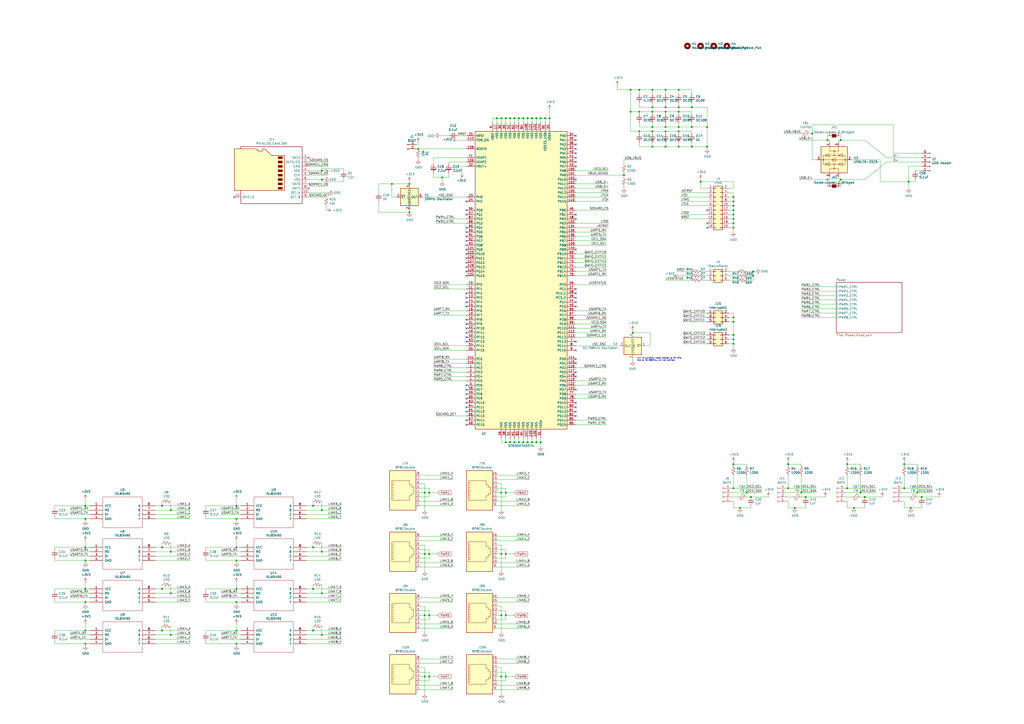
<source format=kicad_sch>
(kicad_sch (version 20211123) (generator eeschema)
  (paper "A2")
  (junction (at 242.57 86.36))
  (junction (at 361.95 101.6))
  (junction (at 524.51 283.21))
  (junction (at 246.38 321.31))
  (junction (at 435.61 288.29))
  (junction (at 311.15 256.54))
  (junction (at 237.49 106.68))
  (junction (at 186.69 104.14))
  (junction (at 246.38 285.75))
  (junction (at 93.98 365.76))
  (junction (at 248.92 392.43))
  (junction (at 378.46 85.09))
  (junction (at 246.38 356.87))
  (junction (at 365.76 64.77))
  (junction (at 393.7 62.23))
  (junction (at 290.83 392.43))
  (junction (at 527.05 105.41))
  (junction (at 256.54 102.87))
  (junction (at 499.11 285.75))
  (junction (at 237.49 123.19))
  (junction (at 186.69 368.3))
  (junction (at 306.07 68.58))
  (junction (at 298.45 256.54))
  (junction (at 425.45 196.85))
  (junction (at 386.08 62.23))
  (junction (at 461.01 294.64))
  (junction (at 303.53 256.54))
  (junction (at 429.26 294.64))
  (junction (at 386.08 64.77))
  (junction (at 93.98 293.37))
  (junction (at 386.08 73.66))
  (junction (at 425.45 194.31))
  (junction (at 457.2 269.24))
  (junction (at 137.16 365.76))
  (junction (at 393.7 73.66))
  (junction (at 49.53 325.12))
  (junction (at 306.07 256.54))
  (junction (at 401.32 62.23))
  (junction (at 410.21 73.66))
  (junction (at 457.2 283.21))
  (junction (at 425.45 199.39))
  (junction (at 313.69 256.54))
  (junction (at 186.69 320.04))
  (junction (at 386.08 52.07))
  (junction (at 532.13 285.75))
  (junction (at 370.84 52.07))
  (junction (at 186.69 295.91))
  (junction (at 401.32 85.09))
  (junction (at 300.99 256.54))
  (junction (at 248.92 285.75))
  (junction (at 137.16 293.37))
  (junction (at 318.77 68.58))
  (junction (at 308.61 256.54))
  (junction (at 464.82 285.75))
  (junction (at 293.37 392.43))
  (junction (at 436.88 157.48))
  (junction (at 370.84 76.2))
  (junction (at 425.45 186.69))
  (junction (at 471.17 77.47))
  (junction (at 433.07 285.75))
  (junction (at 181.61 293.37))
  (junction (at 386.08 85.09))
  (junction (at 467.36 288.29))
  (junction (at 386.08 76.2))
  (junction (at 49.53 373.38))
  (junction (at 528.32 294.64))
  (junction (at 370.84 64.77))
  (junction (at 311.15 68.58))
  (junction (at 495.3 294.64))
  (junction (at 49.53 317.5))
  (junction (at 501.65 288.29))
  (junction (at 248.92 356.87))
  (junction (at 425.45 124.46))
  (junction (at 393.7 85.09))
  (junction (at 49.53 341.63))
  (junction (at 480.06 81.28))
  (junction (at 410.21 85.09))
  (junction (at 293.37 356.87))
  (junction (at 425.45 269.24))
  (junction (at 393.7 52.07))
  (junction (at 425.45 127))
  (junction (at 227.33 106.68))
  (junction (at 378.46 76.2))
  (junction (at 425.45 129.54))
  (junction (at 293.37 285.75))
  (junction (at 425.45 184.15))
  (junction (at 181.61 365.76))
  (junction (at 365.76 52.07))
  (junction (at 137.16 325.12))
  (junction (at 378.46 62.23))
  (junction (at 181.61 341.63))
  (junction (at 99.06 320.04))
  (junction (at 246.38 392.43))
  (junction (at 487.68 104.14))
  (junction (at 248.92 321.31))
  (junction (at 425.45 283.21))
  (junction (at 290.83 321.31))
  (junction (at 401.32 73.66))
  (junction (at 290.83 285.75))
  (junction (at 293.37 68.58))
  (junction (at 99.06 368.3))
  (junction (at 425.45 114.3))
  (junction (at 137.16 317.5))
  (junction (at 480.06 104.14))
  (junction (at 290.83 68.58))
  (junction (at 137.16 349.25))
  (junction (at 49.53 300.99))
  (junction (at 99.06 344.17))
  (junction (at 425.45 119.38))
  (junction (at 524.51 269.24))
  (junction (at 406.4 105.41))
  (junction (at 137.16 341.63))
  (junction (at 293.37 321.31))
  (junction (at 378.46 52.07))
  (junction (at 308.61 68.58))
  (junction (at 137.16 373.38))
  (junction (at 290.83 356.87))
  (junction (at 316.23 68.58))
  (junction (at 313.69 68.58))
  (junction (at 487.68 81.28))
  (junction (at 491.49 283.21))
  (junction (at 93.98 317.5))
  (junction (at 293.37 256.54))
  (junction (at 186.69 344.17))
  (junction (at 99.06 295.91))
  (junction (at 425.45 132.08))
  (junction (at 425.45 121.92))
  (junction (at 393.7 76.2))
  (junction (at 93.98 341.63))
  (junction (at 425.45 116.84))
  (junction (at 393.7 64.77))
  (junction (at 288.29 68.58))
  (junction (at 295.91 256.54))
  (junction (at 295.91 68.58))
  (junction (at 298.45 68.58))
  (junction (at 367.03 193.04))
  (junction (at 186.69 99.06))
  (junction (at 181.61 317.5))
  (junction (at 436.88 160.02))
  (junction (at 378.46 73.66))
  (junction (at 49.53 349.25))
  (junction (at 534.67 288.29))
  (junction (at 300.99 68.58))
  (junction (at 378.46 64.77))
  (junction (at 303.53 68.58))
  (junction (at 491.49 269.24))
  (junction (at 49.53 293.37))
  (junction (at 137.16 300.99))
  (junction (at 49.53 365.76))
  (no_connect (at 334.01 86.36))
  (no_connect (at 270.51 160.02))
  (no_connect (at 410.21 129.54))
  (no_connect (at 334.01 238.76))
  (no_connect (at 334.01 81.28))
  (no_connect (at 270.51 134.62))
  (no_connect (at 270.51 170.18))
  (no_connect (at 270.51 147.32))
  (no_connect (at 270.51 139.7))
  (no_connect (at 334.01 236.22))
  (no_connect (at 334.01 226.06))
  (no_connect (at 270.51 121.92))
  (no_connect (at 334.01 91.44))
  (no_connect (at 334.01 167.64))
  (no_connect (at 334.01 175.26))
  (no_connect (at 334.01 104.14))
  (no_connect (at 334.01 88.9))
  (no_connect (at 334.01 78.74))
  (no_connect (at 270.51 193.04))
  (no_connect (at 270.51 243.84))
  (no_connect (at 334.01 172.72))
  (no_connect (at 270.51 228.6))
  (no_connect (at 270.51 142.24))
  (no_connect (at 334.01 127))
  (no_connect (at 179.07 91.44))
  (no_connect (at 334.01 177.8))
  (no_connect (at 334.01 203.2))
  (no_connect (at 334.01 96.52))
  (no_connect (at 334.01 198.12))
  (no_connect (at 270.51 231.14))
  (no_connect (at 270.51 246.38))
  (no_connect (at 270.51 137.16))
  (no_connect (at 410.21 121.92))
  (no_connect (at 334.01 144.78))
  (no_connect (at 270.51 233.68))
  (no_connect (at 334.01 241.3))
  (no_connect (at 270.51 172.72))
  (no_connect (at 270.51 236.22))
  (no_connect (at 334.01 208.28))
  (no_connect (at 334.01 93.98))
  (no_connect (at 270.51 132.08))
  (no_connect (at 179.07 109.22))
  (no_connect (at 334.01 83.82))
  (no_connect (at 334.01 124.46))
  (no_connect (at 270.51 238.76))
  (no_connect (at 270.51 116.84))
  (no_connect (at 270.51 223.52))
  (no_connect (at 334.01 215.9))
  (no_connect (at 270.51 124.46))
  (no_connect (at 334.01 210.82))
  (no_connect (at 270.51 144.78))
  (no_connect (at 270.51 177.8))
  (no_connect (at 410.21 132.08))
  (no_connect (at 270.51 149.86))
  (no_connect (at 270.51 175.26))
  (no_connect (at 334.01 233.68))
  (no_connect (at 270.51 157.48))
  (no_connect (at 270.51 154.94))
  (no_connect (at 270.51 152.4))
  (no_connect (at 270.51 187.96))
  (no_connect (at 270.51 185.42))
  (no_connect (at 334.01 170.18))
  (no_connect (at 270.51 198.12))
  (no_connect (at 135.89 114.3))
  (no_connect (at 270.51 195.58))
  (no_connect (at 270.51 190.5))
  (no_connect (at 334.01 218.44))
  (no_connect (at 270.51 226.06))
  (wire (pts (xy 177.8 373.38) (xy 198.12 373.38)))
  (wire (pts (xy 49.53 300.99) (xy 52.07 300.99)))
  (wire (pts (xy 119.38 317.5) (xy 119.38 318.77)))
  (wire (pts (xy 288.29 313.69) (xy 307.34 313.69)))
  (wire (pts (xy 365.76 76.2) (xy 370.84 76.2)))
  (wire (pts (xy 334.01 213.36) (xy 351.79 213.36)))
  (wire (pts (xy 99.06 290.83) (xy 99.06 295.91)))
  (wire (pts (xy 425.45 127) (xy 425.45 124.46)))
  (wire (pts (xy 334.01 152.4) (xy 351.79 152.4)))
  (wire (pts (xy 288.29 346.71) (xy 307.34 346.71)))
  (wire (pts (xy 93.98 365.76) (xy 110.49 365.76)))
  (wire (pts (xy 293.37 285.75) (xy 293.37 283.21)))
  (wire (pts (xy 293.37 356.87) (xy 298.45 356.87)))
  (wire (pts (xy 486.41 104.14) (xy 486.41 102.87)))
  (wire (pts (xy 530.86 105.41) (xy 527.05 105.41)))
  (wire (pts (xy 93.98 290.83) (xy 93.98 293.37)))
  (wire (pts (xy 457.2 290.83) (xy 457.2 294.64)))
  (wire (pts (xy 530.86 99.06) (xy 534.67 99.06)))
  (wire (pts (xy 316.23 71.12) (xy 316.23 68.58)))
  (wire (pts (xy 137.16 289.56) (xy 137.16 293.37)))
  (wire (pts (xy 137.16 300.99) (xy 137.16 302.26)))
  (wire (pts (xy 514.35 93.98) (xy 534.67 93.98)))
  (wire (pts (xy 425.45 196.85) (xy 425.45 199.39)))
  (wire (pts (xy 288.29 68.58) (xy 285.75 68.58)))
  (wire (pts (xy 139.7 298.45) (xy 128.27 298.45)))
  (wire (pts (xy 243.84 384.81) (xy 262.89 384.81)))
  (wire (pts (xy 265.43 78.74) (xy 270.51 78.74)))
  (wire (pts (xy 288.29 389.89) (xy 293.37 389.89)))
  (wire (pts (xy 370.84 62.23) (xy 378.46 62.23)))
  (wire (pts (xy 288.29 311.15) (xy 307.34 311.15)))
  (wire (pts (xy 90.17 298.45) (xy 110.49 298.45)))
  (wire (pts (xy 248.92 321.31) (xy 254 321.31)))
  (wire (pts (xy 31.75 300.99) (xy 49.53 300.99)))
  (wire (pts (xy 425.45 269.24) (xy 433.07 269.24)))
  (wire (pts (xy 361.95 92.71) (xy 372.11 92.71)))
  (wire (pts (xy 90.17 295.91) (xy 99.06 295.91)))
  (wire (pts (xy 370.84 73.66) (xy 378.46 73.66)))
  (wire (pts (xy 243.84 351.79) (xy 246.38 351.79)))
  (wire (pts (xy 293.37 68.58) (xy 290.83 68.58)))
  (wire (pts (xy 471.17 72.39) (xy 471.17 77.47)))
  (wire (pts (xy 49.53 341.63) (xy 31.75 341.63)))
  (wire (pts (xy 293.37 254) (xy 293.37 256.54)))
  (wire (pts (xy 242.57 86.36) (xy 270.51 86.36)))
  (wire (pts (xy 237.49 121.92) (xy 237.49 123.19)))
  (wire (pts (xy 365.76 52.07) (xy 370.84 52.07)))
  (wire (pts (xy 401.32 62.23) (xy 410.21 62.23)))
  (wire (pts (xy 480.06 78.74) (xy 480.06 81.28)))
  (wire (pts (xy 246.38 392.43) (xy 246.38 402.59)))
  (wire (pts (xy 370.84 71.12) (xy 370.84 73.66)))
  (wire (pts (xy 334.01 246.38) (xy 351.79 246.38)))
  (wire (pts (xy 49.53 317.5) (xy 31.75 317.5)))
  (wire (pts (xy 290.83 285.75) (xy 290.83 295.91)))
  (wire (pts (xy 361.95 95.25) (xy 361.95 92.71)))
  (wire (pts (xy 300.99 256.54) (xy 298.45 256.54)))
  (wire (pts (xy 455.93 290.83) (xy 457.2 290.83)))
  (wire (pts (xy 288.29 285.75) (xy 290.83 285.75)))
  (wire (pts (xy 246.38 387.35) (xy 246.38 392.43)))
  (wire (pts (xy 422.91 132.08) (xy 425.45 132.08)))
  (wire (pts (xy 248.92 392.43) (xy 254 392.43)))
  (wire (pts (xy 311.15 256.54) (xy 308.61 256.54)))
  (wire (pts (xy 179.07 99.06) (xy 186.69 99.06)))
  (wire (pts (xy 288.29 318.77) (xy 293.37 318.77)))
  (wire (pts (xy 365.76 52.07) (xy 365.76 64.77)))
  (wire (pts (xy 243.84 285.75) (xy 246.38 285.75)))
  (wire (pts (xy 377.19 193.04) (xy 367.03 193.04)))
  (wire (pts (xy 425.45 134.62) (xy 425.45 132.08)))
  (wire (pts (xy 90.17 346.71) (xy 110.49 346.71)))
  (wire (pts (xy 219.71 106.68) (xy 227.33 106.68)))
  (wire (pts (xy 119.38 365.76) (xy 119.38 367.03)))
  (wire (pts (xy 393.7 66.04) (xy 393.7 64.77)))
  (wire (pts (xy 248.92 392.43) (xy 248.92 389.89)))
  (wire (pts (xy 177.8 325.12) (xy 198.12 325.12)))
  (wire (pts (xy 31.75 373.38) (xy 49.53 373.38)))
  (wire (pts (xy 425.45 181.61) (xy 425.45 184.15)))
  (wire (pts (xy 386.08 71.12) (xy 386.08 73.66)))
  (wire (pts (xy 137.16 349.25) (xy 139.7 349.25)))
  (wire (pts (xy 422.91 199.39) (xy 425.45 199.39)))
  (wire (pts (xy 227.33 114.3) (xy 227.33 106.68)))
  (wire (pts (xy 189.23 121.92) (xy 189.23 119.38)))
  (wire (pts (xy 248.92 394.97) (xy 248.92 392.43)))
  (wire (pts (xy 243.84 400.05) (xy 262.89 400.05)))
  (wire (pts (xy 288.29 397.51) (xy 307.34 397.51)))
  (wire (pts (xy 99.06 368.3) (xy 110.49 368.3)))
  (wire (pts (xy 260.35 78.74) (xy 255.27 78.74)))
  (wire (pts (xy 311.15 256.54) (xy 313.69 256.54)))
  (wire (pts (xy 436.88 160.02) (xy 436.88 157.48)))
  (wire (pts (xy 425.45 121.92) (xy 425.45 119.38)))
  (wire (pts (xy 359.41 200.66) (xy 334.01 200.66)))
  (wire (pts (xy 386.08 52.07) (xy 393.7 52.07)))
  (wire (pts (xy 49.53 317.5) (xy 52.07 317.5)))
  (wire (pts (xy 181.61 290.83) (xy 181.61 293.37)))
  (wire (pts (xy 401.32 64.77) (xy 401.32 66.04)))
  (wire (pts (xy 52.07 295.91) (xy 40.64 295.91)))
  (wire (pts (xy 425.45 105.41) (xy 425.45 109.22)))
  (wire (pts (xy 237.49 105.41) (xy 237.49 106.68)))
  (wire (pts (xy 378.46 52.07) (xy 386.08 52.07)))
  (wire (pts (xy 293.37 359.41) (xy 293.37 356.87)))
  (wire (pts (xy 313.69 71.12) (xy 313.69 68.58)))
  (wire (pts (xy 243.84 361.95) (xy 262.89 361.95)))
  (wire (pts (xy 464.82 285.75) (xy 473.71 285.75)))
  (wire (pts (xy 177.8 298.45) (xy 198.12 298.45)))
  (wire (pts (xy 358.14 52.07) (xy 365.76 52.07)))
  (wire (pts (xy 49.53 373.38) (xy 49.53 374.65)))
  (wire (pts (xy 288.29 278.13) (xy 307.34 278.13)))
  (wire (pts (xy 243.84 389.89) (xy 248.92 389.89)))
  (wire (pts (xy 334.01 228.6) (xy 351.79 228.6)))
  (wire (pts (xy 31.75 299.72) (xy 31.75 300.99)))
  (wire (pts (xy 49.53 289.56) (xy 49.53 293.37)))
  (wire (pts (xy 491.49 283.21) (xy 491.49 275.59)))
  (wire (pts (xy 425.45 199.39) (xy 425.45 201.93)))
  (wire (pts (xy 243.84 321.31) (xy 246.38 321.31)))
  (wire (pts (xy 300.99 71.12) (xy 300.99 68.58)))
  (wire (pts (xy 523.24 290.83) (xy 524.51 290.83)))
  (wire (pts (xy 393.7 73.66) (xy 401.32 73.66)))
  (wire (pts (xy 425.45 186.69) (xy 425.45 194.31)))
  (wire (pts (xy 334.01 180.34) (xy 351.79 180.34)))
  (wire (pts (xy 242.57 82.55) (xy 242.57 83.82)))
  (wire (pts (xy 455.93 283.21) (xy 457.2 283.21)))
  (wire (pts (xy 90.17 370.84) (xy 110.49 370.84)))
  (wire (pts (xy 436.88 157.48) (xy 438.15 157.48)))
  (wire (pts (xy 393.7 64.77) (xy 401.32 64.77)))
  (wire (pts (xy 270.51 167.64) (xy 251.46 167.64)))
  (wire (pts (xy 186.69 344.17) (xy 198.12 344.17)))
  (wire (pts (xy 186.69 314.96) (xy 186.69 320.04)))
  (wire (pts (xy 49.53 313.69) (xy 49.53 317.5)))
  (wire (pts (xy 181.61 314.96) (xy 181.61 317.5)))
  (wire (pts (xy 90.17 341.63) (xy 93.98 341.63)))
  (wire (pts (xy 313.69 68.58) (xy 311.15 68.58)))
  (wire (pts (xy 199.39 97.79) (xy 199.39 99.06)))
  (wire (pts (xy 499.11 275.59) (xy 499.11 285.75)))
  (wire (pts (xy 93.98 339.09) (xy 93.98 341.63)))
  (wire (pts (xy 370.84 64.77) (xy 378.46 64.77)))
  (wire (pts (xy 177.8 317.5) (xy 181.61 317.5)))
  (wire (pts (xy 425.45 290.83) (xy 425.45 294.64)))
  (wire (pts (xy 429.26 294.64) (xy 435.61 294.64)))
  (wire (pts (xy 370.84 62.23) (xy 370.84 59.69)))
  (wire (pts (xy 422.91 157.48) (xy 427.99 157.48)))
  (wire (pts (xy 186.69 295.91) (xy 198.12 295.91)))
  (wire (pts (xy 422.91 194.31) (xy 425.45 194.31)))
  (wire (pts (xy 177.8 341.63) (xy 181.61 341.63)))
  (wire (pts (xy 425.45 109.22) (xy 422.91 109.22)))
  (wire (pts (xy 425.45 294.64) (xy 429.26 294.64)))
  (wire (pts (xy 410.21 114.3) (xy 394.97 114.3)))
  (wire (pts (xy 334.01 149.86) (xy 351.79 149.86)))
  (wire (pts (xy 248.92 285.75) (xy 254 285.75)))
  (wire (pts (xy 514.35 93.98) (xy 501.65 104.14)))
  (wire (pts (xy 334.01 160.02) (xy 351.79 160.02)))
  (wire (pts (xy 298.45 68.58) (xy 295.91 68.58)))
  (wire (pts (xy 177.8 346.71) (xy 198.12 346.71)))
  (wire (pts (xy 270.51 215.9) (xy 251.46 215.9)))
  (wire (pts (xy 435.61 288.29) (xy 445.77 288.29)))
  (wire (pts (xy 179.07 104.14) (xy 186.69 104.14)))
  (wire (pts (xy 406.4 104.14) (xy 406.4 105.41)))
  (wire (pts (xy 246.38 321.31) (xy 246.38 331.47)))
  (wire (pts (xy 288.29 321.31) (xy 290.83 321.31)))
  (wire (pts (xy 270.51 200.66) (xy 251.46 200.66)))
  (wire (pts (xy 293.37 71.12) (xy 293.37 68.58)))
  (wire (pts (xy 181.61 317.5) (xy 198.12 317.5)))
  (wire (pts (xy 90.17 293.37) (xy 93.98 293.37)))
  (wire (pts (xy 119.38 300.99) (xy 137.16 300.99)))
  (wire (pts (xy 49.53 325.12) (xy 52.07 325.12)))
  (wire (pts (xy 267.97 96.52) (xy 270.51 96.52)))
  (wire (pts (xy 293.37 256.54) (xy 290.83 256.54)))
  (wire (pts (xy 243.84 290.83) (xy 262.89 290.83)))
  (wire (pts (xy 293.37 392.43) (xy 293.37 389.89)))
  (wire (pts (xy 334.01 147.32) (xy 351.79 147.32)))
  (wire (pts (xy 532.13 285.75) (xy 541.02 285.75)))
  (wire (pts (xy 524.51 269.24) (xy 532.13 269.24)))
  (wire (pts (xy 243.84 283.21) (xy 248.92 283.21)))
  (wire (pts (xy 457.2 269.24) (xy 464.82 269.24)))
  (wire (pts (xy 290.83 316.23) (xy 290.83 321.31)))
  (wire (pts (xy 370.84 54.61) (xy 370.84 52.07)))
  (wire (pts (xy 90.17 317.5) (xy 93.98 317.5)))
  (wire (pts (xy 119.38 372.11) (xy 119.38 373.38)))
  (wire (pts (xy 139.7 346.71) (xy 128.27 346.71)))
  (wire (pts (xy 93.98 293.37) (xy 110.49 293.37)))
  (wire (pts (xy 386.08 54.61) (xy 386.08 52.07)))
  (wire (pts (xy 471.17 77.47) (xy 471.17 92.71)))
  (wire (pts (xy 293.37 321.31) (xy 293.37 318.77)))
  (wire (pts (xy 393.7 54.61) (xy 393.7 52.07)))
  (wire (pts (xy 457.2 283.21) (xy 473.71 283.21)))
  (wire (pts (xy 334.01 139.7) (xy 351.79 139.7)))
  (wire (pts (xy 311.15 71.12) (xy 311.15 68.58)))
  (wire (pts (xy 186.69 368.3) (xy 198.12 368.3)))
  (wire (pts (xy 401.32 157.48) (xy 392.43 157.48)))
  (wire (pts (xy 410.21 184.15) (xy 396.24 184.15)))
  (wire (pts (xy 256.54 102.87) (xy 256.54 105.41)))
  (wire (pts (xy 455.93 285.75) (xy 464.82 285.75)))
  (wire (pts (xy 422.91 127) (xy 425.45 127)))
  (wire (pts (xy 186.69 97.79) (xy 199.39 97.79)))
  (wire (pts (xy 288.29 382.27) (xy 307.34 382.27)))
  (wire (pts (xy 181.61 365.76) (xy 198.12 365.76)))
  (wire (pts (xy 433.07 162.56) (xy 436.88 162.56)))
  (wire (pts (xy 137.16 373.38) (xy 137.16 374.65)))
  (wire (pts (xy 293.37 356.87) (xy 293.37 354.33)))
  (wire (pts (xy 137.16 317.5) (xy 119.38 317.5)))
  (wire (pts (xy 186.69 363.22) (xy 186.69 368.3)))
  (wire (pts (xy 401.32 162.56) (xy 386.08 162.56)))
  (wire (pts (xy 243.84 354.33) (xy 248.92 354.33)))
  (wire (pts (xy 485.14 171.45) (xy 464.82 171.45)))
  (wire (pts (xy 422.91 181.61) (xy 425.45 181.61)))
  (wire (pts (xy 455.93 288.29) (xy 459.74 288.29)))
  (wire (pts (xy 288.29 293.37) (xy 307.34 293.37)))
  (wire (pts (xy 189.23 114.3) (xy 179.07 114.3)))
  (wire (pts (xy 386.08 64.77) (xy 393.7 64.77)))
  (wire (pts (xy 119.38 373.38) (xy 137.16 373.38)))
  (wire (pts (xy 457.2 294.64) (xy 461.01 294.64)))
  (wire (pts (xy 370.84 66.04) (xy 370.84 64.77)))
  (wire (pts (xy 243.84 382.27) (xy 262.89 382.27)))
  (wire (pts (xy 99.06 314.96) (xy 99.06 320.04)))
  (wire (pts (xy 251.46 91.44) (xy 251.46 95.25)))
  (wire (pts (xy 518.16 72.39) (xy 471.17 72.39)))
  (wire (pts (xy 90.17 322.58) (xy 110.49 322.58)))
  (wire (pts (xy 378.46 77.47) (xy 378.46 76.2)))
  (wire (pts (xy 490.22 290.83) (xy 491.49 290.83)))
  (wire (pts (xy 177.8 293.37) (xy 181.61 293.37)))
  (wire (pts (xy 186.69 99.06) (xy 186.69 97.79)))
  (wire (pts (xy 523.24 288.29) (xy 527.05 288.29)))
  (wire (pts (xy 306.07 68.58) (xy 303.53 68.58)))
  (wire (pts (xy 31.75 341.63) (xy 31.75 342.9)))
  (wire (pts (xy 393.7 77.47) (xy 393.7 76.2)))
  (wire (pts (xy 288.29 349.25) (xy 307.34 349.25)))
  (wire (pts (xy 425.45 283.21) (xy 441.96 283.21)))
  (wire (pts (xy 137.16 365.76) (xy 139.7 365.76)))
  (wire (pts (xy 137.16 337.82) (xy 137.16 341.63)))
  (wire (pts (xy 510.54 92.71) (xy 510.54 105.41)))
  (wire (pts (xy 334.01 231.14) (xy 351.79 231.14)))
  (wire (pts (xy 361.95 107.95) (xy 361.95 109.22)))
  (wire (pts (xy 457.2 283.21) (xy 457.2 275.59)))
  (wire (pts (xy 251.46 100.33) (xy 251.46 102.87)))
  (wire (pts (xy 119.38 293.37) (xy 119.38 294.64)))
  (wire (pts (xy 139.7 368.3) (xy 128.27 368.3)))
  (wire (pts (xy 334.01 111.76) (xy 353.06 111.76)))
  (wire (pts (xy 491.49 269.24) (xy 491.49 267.97)))
  (wire (pts (xy 534.67 294.64) (xy 534.67 293.37)))
  (wire (pts (xy 422.91 160.02) (xy 427.99 160.02)))
  (wire (pts (xy 288.29 283.21) (xy 293.37 283.21)))
  (wire (pts (xy 393.7 71.12) (xy 393.7 73.66)))
  (wire (pts (xy 386.08 59.69) (xy 386.08 62.23)))
  (wire (pts (xy 334.01 220.98) (xy 351.79 220.98)))
  (wire (pts (xy 31.75 325.12) (xy 49.53 325.12)))
  (wire (pts (xy 243.84 318.77) (xy 248.92 318.77)))
  (wire (pts (xy 52.07 346.71) (xy 40.64 346.71)))
  (wire (pts (xy 31.75 293.37) (xy 31.75 294.64)))
  (wire (pts (xy 425.45 270.51) (xy 425.45 269.24)))
  (wire (pts (xy 93.98 363.22) (xy 93.98 365.76)))
  (wire (pts (xy 49.53 349.25) (xy 52.07 349.25)))
  (wire (pts (xy 243.84 356.87) (xy 246.38 356.87)))
  (wire (pts (xy 464.82 77.47) (xy 454.66 77.47)))
  (wire (pts (xy 243.84 311.15) (xy 262.89 311.15)))
  (wire (pts (xy 93.98 314.96) (xy 93.98 317.5)))
  (wire (pts (xy 181.61 293.37) (xy 198.12 293.37)))
  (wire (pts (xy 386.08 62.23) (xy 393.7 62.23)))
  (wire (pts (xy 270.51 213.36) (xy 251.46 213.36)))
  (wire (pts (xy 334.01 99.06) (xy 353.06 99.06)))
  (wire (pts (xy 334.01 187.96) (xy 351.79 187.96)))
  (wire (pts (xy 457.2 269.24) (xy 457.2 267.97)))
  (wire (pts (xy 288.29 364.49) (xy 307.34 364.49)))
  (wire (pts (xy 433.07 288.29) (xy 435.61 288.29)))
  (wire (pts (xy 31.75 347.98) (xy 31.75 349.25)))
  (wire (pts (xy 485.14 184.15) (xy 464.82 184.15)))
  (wire (pts (xy 248.92 323.85) (xy 248.92 321.31)))
  (wire (pts (xy 480.06 104.14) (xy 463.55 104.14)))
  (wire (pts (xy 119.38 341.63) (xy 119.38 342.9)))
  (wire (pts (xy 308.61 68.58) (xy 306.07 68.58)))
  (wire (pts (xy 270.51 241.3) (xy 252.73 241.3)))
  (wire (pts (xy 242.57 83.82) (xy 241.3 83.82)))
  (wire (pts (xy 270.51 203.2) (xy 251.46 203.2)))
  (wire (pts (xy 425.45 124.46) (xy 425.45 121.92)))
  (wire (pts (xy 290.83 71.12) (xy 290.83 68.58)))
  (wire (pts (xy 137.16 317.5) (xy 139.7 317.5)))
  (wire (pts (xy 518.16 72.39) (xy 518.16 88.9)))
  (wire (pts (xy 93.98 341.63) (xy 110.49 341.63)))
  (wire (pts (xy 501.65 104.14) (xy 487.68 104.14)))
  (wire (pts (xy 99.06 339.09) (xy 99.06 344.17)))
  (wire (pts (xy 464.82 269.24) (xy 464.82 270.51)))
  (wire (pts (xy 177.8 320.04) (xy 186.69 320.04)))
  (wire (pts (xy 361.95 102.87) (xy 361.95 101.6)))
  (wire (pts (xy 246.38 285.75) (xy 246.38 295.91)))
  (wire (pts (xy 393.7 62.23) (xy 401.32 62.23)))
  (wire (pts (xy 288.29 394.97) (xy 293.37 394.97)))
  (wire (pts (xy 293.37 285.75) (xy 298.45 285.75)))
  (wire (pts (xy 378.46 73.66) (xy 386.08 73.66)))
  (wire (pts (xy 464.82 288.29) (xy 467.36 288.29)))
  (wire (pts (xy 514.35 91.44) (xy 534.67 91.44)))
  (wire (pts (xy 270.51 129.54) (xy 252.73 129.54)))
  (wire (pts (xy 534.67 288.29) (xy 544.83 288.29)))
  (wire (pts (xy 334.01 223.52) (xy 351.79 223.52)))
  (wire (pts (xy 378.46 54.61) (xy 378.46 52.07)))
  (wire (pts (xy 523.24 283.21) (xy 524.51 283.21)))
  (wire (pts (xy 177.8 322.58) (xy 198.12 322.58)))
  (wire (pts (xy 293.37 288.29) (xy 293.37 285.75)))
  (wire (pts (xy 229.87 114.3) (xy 227.33 114.3)))
  (wire (pts (xy 486.41 81.28) (xy 486.41 82.55)))
  (wire (pts (xy 295.91 256.54) (xy 293.37 256.54)))
  (wire (pts (xy 435.61 294.64) (xy 435.61 293.37)))
  (wire (pts (xy 524.51 269.24) (xy 524.51 267.97)))
  (wire (pts (xy 260.35 93.98) (xy 270.51 93.98)))
  (wire (pts (xy 514.35 91.44) (xy 501.65 81.28)))
  (wire (pts (xy 527.05 109.22) (xy 527.05 105.41)))
  (wire (pts (xy 298.45 256.54) (xy 295.91 256.54)))
  (wire (pts (xy 365.76 64.77) (xy 365.76 76.2)))
  (wire (pts (xy 425.45 194.31) (xy 425.45 196.85)))
  (wire (pts (xy 406.4 160.02) (xy 410.21 160.02)))
  (wire (pts (xy 386.08 82.55) (xy 386.08 85.09)))
  (wire (pts (xy 288.29 275.59) (xy 307.34 275.59)))
  (wire (pts (xy 334.01 142.24) (xy 351.79 142.24)))
  (wire (pts (xy 137.16 341.63) (xy 119.38 341.63)))
  (wire (pts (xy 186.69 104.14) (xy 186.69 105.41)))
  (wire (pts (xy 49.53 373.38) (xy 52.07 373.38)))
  (wire (pts (xy 293.37 392.43) (xy 298.45 392.43)))
  (wire (pts (xy 243.84 313.69) (xy 262.89 313.69)))
  (wire (pts (xy 410.21 194.31) (xy 396.24 194.31)))
  (wire (pts (xy 31.75 349.25) (xy 49.53 349.25)))
  (wire (pts (xy 265.43 81.28) (xy 270.51 81.28)))
  (wire (pts (xy 334.01 165.1) (xy 351.79 165.1)))
  (wire (pts (xy 219.71 116.84) (xy 219.71 123.19)))
  (wire (pts (xy 270.51 208.28) (xy 251.46 208.28)))
  (wire (pts (xy 491.49 290.83) (xy 491.49 294.64)))
  (wire (pts (xy 410.21 181.61) (xy 396.24 181.61)))
  (wire (pts (xy 334.01 129.54) (xy 353.06 129.54)))
  (wire (pts (xy 177.8 368.3) (xy 186.69 368.3)))
  (wire (pts (xy 246.38 316.23) (xy 246.38 321.31)))
  (wire (pts (xy 524.51 283.21) (xy 541.02 283.21)))
  (wire (pts (xy 99.06 363.22) (xy 99.06 368.3)))
  (wire (pts (xy 424.18 283.21) (xy 425.45 283.21)))
  (wire (pts (xy 243.84 278.13) (xy 262.89 278.13)))
  (wire (pts (xy 270.51 180.34) (xy 251.46 180.34)))
  (wire (pts (xy 334.01 121.92) (xy 353.06 121.92)))
  (wire (pts (xy 424.18 290.83) (xy 425.45 290.83)))
  (wire (pts (xy 487.68 78.74) (xy 487.68 81.28)))
  (wire (pts (xy 137.16 349.25) (xy 137.16 350.52)))
  (wire (pts (xy 288.29 356.87) (xy 290.83 356.87)))
  (wire (pts (xy 90.17 320.04) (xy 99.06 320.04)))
  (wire (pts (xy 433.07 157.48) (xy 436.88 157.48)))
  (wire (pts (xy 303.53 256.54) (xy 300.99 256.54)))
  (wire (pts (xy 471.17 92.71) (xy 473.71 92.71)))
  (wire (pts (xy 119.38 323.85) (xy 119.38 325.12)))
  (wire (pts (xy 303.53 68.58) (xy 300.99 68.58)))
  (wire (pts (xy 288.29 359.41) (xy 293.37 359.41)))
  (wire (pts (xy 186.69 104.14) (xy 187.96 104.14)))
  (wire (pts (xy 334.01 116.84) (xy 353.06 116.84)))
  (wire (pts (xy 248.92 288.29) (xy 248.92 285.75)))
  (wire (pts (xy 90.17 300.99) (xy 110.49 300.99)))
  (wire (pts (xy 457.2 270.51) (xy 457.2 269.24)))
  (wire (pts (xy 410.21 124.46) (xy 394.97 124.46)))
  (wire (pts (xy 290.83 356.87) (xy 290.83 367.03)))
  (wire (pts (xy 334.01 114.3) (xy 353.06 114.3)))
  (wire (pts (xy 334.01 106.68) (xy 353.06 106.68)))
  (wire (pts (xy 260.35 102.87) (xy 260.35 100.33)))
  (wire (pts (xy 186.69 99.06) (xy 187.96 99.06)))
  (wire (pts (xy 318.77 71.12) (xy 318.77 68.58)))
  (wire (pts (xy 501.65 81.28) (xy 487.68 81.28)))
  (wire (pts (xy 31.75 317.5) (xy 31.75 318.77)))
  (wire (pts (xy 501.65 288.29) (xy 511.81 288.29)))
  (wire (pts (xy 425.45 184.15) (xy 425.45 186.69)))
  (wire (pts (xy 410.21 85.09) (xy 410.21 86.36)))
  (wire (pts (xy 433.07 269.24) (xy 433.07 270.51)))
  (wire (pts (xy 248.92 356.87) (xy 248.92 354.33)))
  (wire (pts (xy 358.14 49.53) (xy 358.14 52.07)))
  (wire (pts (xy 523.24 285.75) (xy 532.13 285.75)))
  (wire (pts (xy 288.29 288.29) (xy 293.37 288.29)))
  (wire (pts (xy 119.38 349.25) (xy 137.16 349.25)))
  (wire (pts (xy 137.16 325.12) (xy 139.7 325.12)))
  (wire (pts (xy 406.4 105.41) (xy 425.45 105.41)))
  (wire (pts (xy 422.91 162.56) (xy 427.99 162.56)))
  (wire (pts (xy 425.45 132.08) (xy 425.45 129.54)))
  (wire (pts (xy 99.06 320.04) (xy 110.49 320.04)))
  (wire (pts (xy 461.01 294.64) (xy 467.36 294.64)))
  (wire (pts (xy 318.77 63.5) (xy 318.77 68.58)))
  (wire (pts (xy 485.14 176.53) (xy 464.82 176.53)))
  (wire (pts (xy 318.77 68.58) (xy 316.23 68.58)))
  (wire (pts (xy 139.7 320.04) (xy 128.27 320.04)))
  (wire (pts (xy 528.32 294.64) (xy 534.67 294.64)))
  (wire (pts (xy 527.05 96.52) (xy 534.67 96.52)))
  (wire (pts (xy 181.61 341.63) (xy 198.12 341.63)))
  (wire (pts (xy 139.7 344.17) (xy 128.27 344.17)))
  (wire (pts (xy 378.46 76.2) (xy 370.84 76.2)))
  (wire (pts (xy 374.65 200.66) (xy 377.19 200.66)))
  (wire (pts (xy 31.75 372.11) (xy 31.75 373.38)))
  (wire (pts (xy 288.29 361.95) (xy 307.34 361.95)))
  (wire (pts (xy 177.8 365.76) (xy 181.61 365.76)))
  (wire (pts (xy 139.7 322.58) (xy 128.27 322.58)))
  (wire (pts (xy 370.84 76.2) (xy 370.84 77.47)))
  (wire (pts (xy 243.84 293.37) (xy 262.89 293.37)))
  (wire (pts (xy 463.55 81.28) (xy 480.06 81.28)))
  (wire (pts (xy 524.51 290.83) (xy 524.51 294.64)))
  (wire (pts (xy 422.91 184.15) (xy 425.45 184.15)))
  (wire (pts (xy 306.07 254) (xy 306.07 256.54)))
  (wire (pts (xy 494.03 92.71) (xy 510.54 92.71)))
  (wire (pts (xy 425.45 129.54) (xy 425.45 127)))
  (wire (pts (xy 298.45 254) (xy 298.45 256.54)))
  (wire (pts (xy 300.99 254) (xy 300.99 256.54)))
  (wire (pts (xy 422.91 121.92) (xy 425.45 121.92)))
  (wire (pts (xy 308.61 71.12) (xy 308.61 68.58)))
  (wire (pts (xy 386.08 66.04) (xy 386.08 64.77)))
  (wire (pts (xy 177.8 344.17) (xy 186.69 344.17)))
  (wire (pts (xy 499.11 285.75) (xy 508 285.75)))
  (wire (pts (xy 243.84 359.41) (xy 248.92 359.41)))
  (wire (pts (xy 139.7 370.84) (xy 128.27 370.84)))
  (wire (pts (xy 288.29 290.83) (xy 307.34 290.83)))
  (wire (pts (xy 386.08 85.09) (xy 393.7 85.09)))
  (wire (pts (xy 367.03 208.28) (xy 367.03 209.55)))
  (wire (pts (xy 425.45 111.76) (xy 422.91 111.76)))
  (wire (pts (xy 306.07 256.54) (xy 303.53 256.54)))
  (wire (pts (xy 242.57 91.44) (xy 242.57 92.71)))
  (wire (pts (xy 288.29 392.43) (xy 290.83 392.43)))
  (wire (pts (xy 99.06 295.91) (xy 110.49 295.91)))
  (wire (pts (xy 245.11 114.3) (xy 270.51 114.3)))
  (wire (pts (xy 288.29 384.81) (xy 307.34 384.81)))
  (wire (pts (xy 52.07 320.04) (xy 40.64 320.04)))
  (wire (pts (xy 181.61 339.09) (xy 181.61 341.63)))
  (wire (pts (xy 49.53 341.63) (xy 52.07 341.63)))
  (wire (pts (xy 52.07 298.45) (xy 40.64 298.45)))
  (wire (pts (xy 334.01 109.22) (xy 353.06 109.22)))
  (wire (pts (xy 256.54 102.87) (xy 260.35 102.87)))
  (wire (pts (xy 293.37 323.85) (xy 293.37 321.31)))
  (wire (pts (xy 524.51 294.64) (xy 528.32 294.64)))
  (wire (pts (xy 524.51 270.51) (xy 524.51 269.24)))
  (wire (pts (xy 248.92 321.31) (xy 248.92 318.77)))
  (wire (pts (xy 487.68 104.14) (xy 486.41 104.14)))
  (wire (pts (xy 481.33 102.87) (xy 481.33 104.14)))
  (wire (pts (xy 90.17 368.3) (xy 99.06 368.3)))
  (wire (pts (xy 177.8 349.25) (xy 198.12 349.25)))
  (wire (pts (xy 422.91 116.84) (xy 425.45 116.84)))
  (wire (pts (xy 481.33 104.14) (xy 480.06 104.14)))
  (wire (pts (xy 137.16 365.76) (xy 119.38 365.76)))
  (wire (pts (xy 199.39 105.41) (xy 199.39 104.14)))
  (wire (pts (xy 410.21 196.85) (xy 396.24 196.85)))
  (wire (pts (xy 119.38 299.72) (xy 119.38 300.99)))
  (wire (pts (xy 270.51 127) (xy 252.73 127)))
  (wire (pts (xy 311.15 254) (xy 311.15 256.54)))
  (wire (pts (xy 334.01 195.58) (xy 351.79 195.58)))
  (wire (pts (xy 49.53 325.12) (xy 49.53 326.39)))
  (wire (pts (xy 290.83 256.54) (xy 290.83 254)))
  (wire (pts (xy 422.91 119.38) (xy 425.45 119.38)))
  (wire (pts (xy 243.84 394.97) (xy 248.92 394.97)))
  (wire (pts (xy 386.08 76.2) (xy 378.46 76.2)))
  (wire (pts (xy 406.4 162.56) (xy 410.21 162.56)))
  (wire (pts (xy 227.33 106.68) (xy 237.49 106.68)))
  (wire (pts (xy 270.51 218.44) (xy 251.46 218.44)))
  (wire (pts (xy 243.84 326.39) (xy 262.89 326.39)))
  (wire (pts (xy 532.13 269.24) (xy 532.13 270.51)))
  (wire (pts (xy 243.84 323.85) (xy 248.92 323.85)))
  (wire (pts (xy 243.84 387.35) (xy 246.38 387.35)))
  (wire (pts (xy 248.92 359.41) (xy 248.92 356.87)))
  (wire (pts (xy 288.29 316.23) (xy 290.83 316.23)))
  (wire (pts (xy 177.8 300.99) (xy 198.12 300.99)))
  (wire (pts (xy 49.53 337.82) (xy 49.53 341.63)))
  (wire (pts (xy 422.91 114.3) (xy 425.45 114.3)))
  (wire (pts (xy 501.65 294.64) (xy 501.65 293.37)))
  (wire (pts (xy 288.29 351.79) (xy 290.83 351.79)))
  (wire (pts (xy 334.01 193.04) (xy 351.79 193.04)))
  (wire (pts (xy 290.83 351.79) (xy 290.83 356.87)))
  (wire (pts (xy 49.53 293.37) (xy 31.75 293.37)))
  (wire (pts (xy 334.01 157.48) (xy 351.79 157.48)))
  (wire (pts (xy 410.21 73.66) (xy 410.21 85.09)))
  (wire (pts (xy 406.4 109.22) (xy 410.21 109.22)))
  (wire (pts (xy 480.06 104.14) (xy 480.06 107.95)))
  (wire (pts (xy 288.29 323.85) (xy 293.37 323.85)))
  (wire (pts (xy 410.21 119.38) (xy 394.97 119.38)))
  (wire (pts (xy 393.7 59.69) (xy 393.7 62.23)))
  (wire (pts (xy 251.46 102.87) (xy 256.54 102.87)))
  (wire (pts (xy 316.23 68.58) (xy 313.69 68.58)))
  (wire (pts (xy 246.38 356.87) (xy 246.38 367.03)))
  (wire (pts (xy 334.01 182.88) (xy 351.79 182.88)))
  (wire (pts (xy 370.84 52.07) (xy 378.46 52.07)))
  (wire (pts (xy 179.07 96.52) (xy 190.5 96.52)))
  (wire (pts (xy 410.21 111.76) (xy 394.97 111.76)))
  (wire (pts (xy 295.91 71.12) (xy 295.91 68.58)))
  (wire (pts (xy 288.29 354.33) (xy 293.37 354.33)))
  (wire (pts (xy 334.01 154.94) (xy 351.79 154.94)))
  (wire (pts (xy 248.92 285.75) (xy 248.92 283.21)))
  (wire (pts (xy 49.53 361.95) (xy 49.53 365.76)))
  (wire (pts (xy 288.29 400.05) (xy 307.34 400.05)))
  (wire (pts (xy 137.16 325.12) (xy 137.16 326.39)))
  (wire (pts (xy 424.18 285.75) (xy 433.07 285.75)))
  (wire (pts (xy 313.69 254) (xy 313.69 256.54)))
  (wire (pts (xy 290.83 321.31) (xy 290.83 331.47)))
  (wire (pts (xy 313.69 256.54) (xy 313.69 259.08)))
  (wire (pts (xy 406.4 105.41) (xy 406.4 109.22)))
  (wire (pts (xy 401.32 73.66) (xy 410.21 73.66)))
  (wire (pts (xy 393.7 76.2) (xy 386.08 76.2)))
  (wire (pts (xy 177.8 295.91) (xy 186.69 295.91)))
  (wire (pts (xy 524.51 283.21) (xy 524.51 275.59)))
  (wire (pts (xy 242.57 86.36) (xy 241.3 86.36)))
  (wire (pts (xy 308.61 256.54) (xy 306.07 256.54)))
  (wire (pts (xy 410.21 186.69) (xy 396.24 186.69)))
  (wire (pts (xy 137.16 300.99) (xy 139.7 300.99)))
  (wire (pts (xy 49.53 293.37) (xy 52.07 293.37)))
  (wire (pts (xy 300.99 68.58) (xy 298.45 68.58)))
  (wire (pts (xy 290.83 68.58) (xy 288.29 68.58)))
  (wire (pts (xy 334.01 132.08) (xy 353.06 132.08)))
  (wire (pts (xy 290.83 387.35) (xy 290.83 392.43)))
  (wire (pts (xy 139.7 295.91) (xy 128.27 295.91)))
  (wire (pts (xy 370.84 85.09) (xy 378.46 85.09)))
  (wire (pts (xy 495.3 294.64) (xy 501.65 294.64)))
  (wire (pts (xy 425.45 269.24) (xy 425.45 267.97)))
  (wire (pts (xy 334.01 185.42) (xy 351.79 185.42)))
  (wire (pts (xy 186.69 290.83) (xy 186.69 295.91)))
  (wire (pts (xy 270.51 165.1) (xy 251.46 165.1)))
  (wire (pts (xy 334.01 134.62) (xy 351.79 134.62)))
  (wire (pts (xy 393.7 82.55) (xy 393.7 85.09)))
  (wire (pts (xy 137.16 313.69) (xy 137.16 317.5)))
  (wire (pts (xy 469.9 77.47) (xy 471.17 77.47)))
  (wire (pts (xy 180.34 107.95) (xy 190.5 107.95)))
  (wire (pts (xy 410.21 199.39) (xy 396.24 199.39)))
  (wire (pts (xy 119.38 347.98) (xy 119.38 349.25)))
  (wire (pts (xy 377.19 200.66) (xy 377.19 193.04)))
  (wire (pts (xy 52.07 322.58) (xy 40.64 322.58)))
  (wire (pts (xy 464.82 275.59) (xy 464.82 285.75)))
  (wire (pts (xy 410.21 62.23) (xy 410.21 73.66)))
  (wire (pts (xy 298.45 71.12) (xy 298.45 68.58)))
  (wire (pts (xy 248.92 356.87) (xy 254 356.87)))
  (wire (pts (xy 378.46 64.77) (xy 386.08 64.77)))
  (wire (pts (xy 422.91 196.85) (xy 425.45 196.85)))
  (wire (pts (xy 303.53 71.12) (xy 303.53 68.58)))
  (wire (pts (xy 243.84 275.59) (xy 262.89 275.59)))
  (wire (pts (xy 243.84 397.51) (xy 262.89 397.51)))
  (wire (pts (xy 401.32 52.07) (xy 401.32 54.61)))
  (wire (pts (xy 436.88 162.56) (xy 436.88 160.02)))
  (wire (pts (xy 31.75 323.85) (xy 31.75 325.12)))
  (wire (pts (xy 386.08 77.47) (xy 386.08 76.2)))
  (wire (pts (xy 422.91 186.69) (xy 425.45 186.69)))
  (wire (pts (xy 243.84 280.67) (xy 246.38 280.67)))
  (wire (pts (xy 491.49 283.21) (xy 508 283.21)))
  (wire (pts (xy 401.32 160.02) (xy 393.7 160.02)))
  (wire (pts (xy 90.17 365.76) (xy 93.98 365.76)))
  (wire (pts (xy 378.46 66.04) (xy 378.46 64.77)))
  (wire (pts (xy 487.68 81.28) (xy 486.41 81.28)))
  (wire (pts (xy 99.06 344.17) (xy 110.49 344.17)))
  (wire (pts (xy 308.61 254) (xy 308.61 256.54)))
  (wire (pts (xy 243.84 392.43) (xy 246.38 392.43)))
  (wire (pts (xy 181.61 363.22) (xy 181.61 365.76)))
  (wire (pts (xy 243.84 328.93) (xy 262.89 328.93)))
  (wire (pts (xy 491.49 294.64) (xy 495.3 294.64)))
  (wire (pts (xy 365.76 64.77) (xy 370.84 64.77)))
  (wire (pts (xy 243.84 288.29) (xy 248.92 288.29)))
  (wire (pts (xy 361.95 100.33) (xy 361.95 101.6)))
  (wire (pts (xy 177.8 370.84) (xy 198.12 370.84)))
  (wire (pts (xy 334.01 137.16) (xy 351.79 137.16)))
  (wire (pts (xy 246.38 280.67) (xy 246.38 285.75)))
  (wire (pts (xy 425.45 119.38) (xy 425.45 116.84)))
  (wire (pts (xy 243.84 316.23) (xy 246.38 316.23)))
  (wire (pts (xy 288.29 280.67) (xy 290.83 280.67)))
  (wire (pts (xy 490.22 285.75) (xy 499.11 285.75)))
  (wire (pts (xy 49.53 349.25) (xy 49.53 350.52)))
  (wire (pts (xy 119.38 325.12) (xy 137.16 325.12)))
  (wire (pts (xy 424.18 288.29) (xy 427.99 288.29)))
  (wire (pts (xy 530.86 104.14) (xy 530.86 105.41)))
  (wire (pts (xy 246.38 351.79) (xy 246.38 356.87)))
  (wire (pts (xy 288.29 71.12) (xy 288.29 68.58)))
  (wire (pts (xy 31.75 365.76) (xy 31.75 367.03)))
  (wire (pts (xy 243.84 349.25) (xy 262.89 349.25)))
  (wire (pts (xy 49.53 365.76) (xy 52.07 365.76)))
  (wire (pts (xy 295.91 254) (xy 295.91 256.54)))
  (wire (pts (xy 393.7 52.07) (xy 401.32 52.07)))
  (wire (pts (xy 491.49 269.24) (xy 499.11 269.24)))
  (wire (pts (xy 499.11 269.24) (xy 499.11 270.51)))
  (wire (pts (xy 186.69 105.41) (xy 199.39 105.41)))
  (wire (pts (xy 334.01 101.6) (xy 361.95 101.6)))
  (wire (pts (xy 401.32 82.55) (xy 401.32 85.09)))
  (wire (pts (xy 401.32 85.09) (xy 410.21 85.09)))
  (wire (pts (xy 270.51 220.98) (xy 251.46 220.98)))
  (wire (pts (xy 137.16 293.37) (xy 139.7 293.37)))
  (wire (pts (xy 293.37 321.31) (xy 298.45 321.31)))
  (wire (pts (xy 518.16 88.9) (xy 534.67 88.9)))
  (wire (pts (xy 306.07 71.12) (xy 306.07 68.58)))
  (wire (pts (xy 378.46 82.55) (xy 378.46 85.09)))
  (wire (pts (xy 485.14 181.61) (xy 464.82 181.61)))
  (wire (pts (xy 410.21 116.84) (xy 394.97 116.84)))
  (wire (pts (xy 422.91 124.46) (xy 425.45 124.46)))
  (wire (pts (xy 219.71 111.76) (xy 219.71 106.68)))
  (wire (pts (xy 370.84 82.55) (xy 370.84 85.09)))
  (wire (pts (xy 401.32 59.69) (xy 401.32 62.23)))
  (wire (pts (xy 422.91 129.54) (xy 425.45 129.54)))
  (wire (pts (xy 290.83 392.43) (xy 290.83 402.59)))
  (wire (pts (xy 425.45 114.3) (xy 425.45 111.76)))
  (wire (pts (xy 378.46 59.69) (xy 378.46 62.23)))
  (wire (pts (xy 52.07 368.3) (xy 40.64 368.3)))
  (wire (pts (xy 137.16 361.95) (xy 137.16 365.76)))
  (wire (pts (xy 270.51 182.88) (xy 251.46 182.88)))
  (wire (pts (xy 425.45 116.84) (xy 425.45 114.3)))
  (wire (pts (xy 179.07 93.98) (xy 190.5 93.98)))
  (wire (pts (xy 186.69 339.09) (xy 186.69 344.17)))
  (wire (pts (xy 288.29 387.35) (xy 290.83 387.35)))
  (wire (pts (xy 485.14 168.91) (xy 464.82 168.91)))
  (wire (pts (xy 433.07 285.75) (xy 441.96 285.75)))
  (wire (pts (xy 49.53 300.99) (xy 49.53 302.26)))
  (wire (pts (xy 410.21 127) (xy 394.97 127)))
  (wire (pts (xy 311.15 68.58) (xy 308.61 68.58)))
  (wire (pts (xy 491.49 270.51) (xy 491.49 269.24)))
  (wire (pts (xy 532.13 275.59) (xy 532.13 285.75)))
  (wire (pts (xy 219.71 123.19) (xy 237.49 123.19)))
  (wire (pts (xy 270.51 91.44) (xy 251.46 91.44)))
  (wire (pts (xy 510.54 105.41) (xy 527.05 105.41)))
  (wire (pts (xy 179.07 111.76) (xy 190.5 111.76)))
  (wire (pts (xy 499.11 288.29) (xy 501.65 288.29)))
  (wire (pts (xy 52.07 370.84) (xy 40.64 370.84)))
  (wire (pts (xy 137.16 293.37) (xy 119.38 293.37)))
  (wire (pts (xy 401.32 76.2) (xy 393.7 76.2)))
  (wire (pts (xy 334.01 243.84) (xy 351.79 243.84)))
  (wire (pts (xy 485.14 166.37) (xy 464.82 166.37)))
  (wire (pts (xy 260.35 95.25) (xy 260.35 93.98)))
  (wire (pts (xy 93.98 317.5) (xy 110.49 317.5)))
  (wire (pts (xy 90.17 373.38) (xy 110.49 373.38)))
  (wire (pts (xy 243.84 364.49) (xy 262.89 364.49)))
  (wire (pts (xy 270.51 210.82) (xy 251.46 210.82)))
  (wire (pts (xy 481.33 82.55) (xy 481.33 81.28)))
  (wire (pts (xy 532.13 288.29) (xy 534.67 288.29)))
  (wire (pts (xy 527.05 96.52) (xy 527.05 105.41)))
  (wire (pts (xy 378.46 85.09) (xy 386.08 85.09)))
  (wire (pts (xy 406.4 157.48) (xy 410.21 157.48)))
  (wire (pts (xy 90.17 349.25) (xy 110.49 349.25)))
  (wire (pts (xy 485.14 173.99) (xy 464.82 173.99)))
  (wire (pts (xy 386.08 73.66) (xy 393.7 73.66)))
  (wire (pts (xy 243.84 346.71) (xy 262.89 346.71)))
  (wire (pts (xy 393.7 85.09) (xy 401.32 85.09)))
  (wire (pts (xy 52.07 344.17) (xy 40.64 344.17)))
  (wire (pts (xy 490.22 283.21) (xy 491.49 283.21)))
  (wire (pts (xy 285.75 68.58) (xy 285.75 71.12)))
  (wire (pts (xy 334.01 190.5) (xy 351.79 190.5)))
  (wire (pts (xy 487.68 104.14) (xy 487.68 107.95)))
  (wire (pts (xy 433.07 160.02) (xy 436.88 160.02)))
  (wire (pts (xy 179.07 106.68) (xy 180.34 107.95)))
  (wire (pts (xy 267.97 100.33) (xy 267.97 96.52)))
  (wire (pts (xy 490.22 288.29) (xy 494.03 288.29)))
  (wire (pts (xy 378.46 71.12) (xy 378.46 73.66)))
  (wire (pts (xy 90.17 325.12) (xy 110.49 325.12)))
  (wire (pts (xy 295.91 68.58) (xy 293.37 68.58)))
  (wire (pts (xy 425.45 283.21) (xy 425.45 275.59)))
  (wire (pts (xy 485.14 179.07) (xy 464.82 179.07)))
  (wire (pts (xy 293.37 394.97) (xy 293.37 392.43)))
  (wire (pts (xy 303.53 254) (xy 303.53 256.54)))
  (wire (pts (xy 90.17 344.17) (xy 99.06 344.17)))
  (wire (pts (xy 288.29 326.39) (xy 307.34 326.39)))
  (wire (pts (xy 288.29 328.93) (xy 307.34 328.93)))
  (wire (pts (xy 186.69 320.04) (xy 198.12 320.04)))
  (wire (pts (xy 467.36 294.64) (xy 467.36 293.37)))
  (wire (pts (xy 367.03 191.77) (xy 367.03 193.04)))
  (wire (pts (xy 378.46 62.23) (xy 386.08 62.23)))
  (wire (pts (xy 401.32 71.12) (xy 401.32 73.66)))
  (wire (pts (xy 137.16 341.63) (xy 139.7 341.63)))
  (wire (pts (xy 49.53 365.76) (xy 31.75 365.76)))
  (wire (pts (xy 179.07 101.6) (xy 190.5 101.6)))
  (wire (pts (xy 401.32 77.47) (xy 401.32 76.2)))
  (wire (pts (xy 480.06 81.28) (xy 481.33 81.28)))
  (wire (pts (xy 433.07 275.59) (xy 433.07 285.75)))
  (wire (pts (xy 137.16 373.38) (xy 139.7 373.38)))
  (wire (pts (xy 290.83 280.67) (xy 290.83 285.75)))
  (wire (pts (xy 467.36 288.29) (xy 478.79 288.29)))
  (text "C17 is currently close enough to DC this.\nAnd at 32.768kHz... eh not worried." (at 369.57 209.55 0) (effects (font (size 0.8 0.8)) (justify left bottom)))
  (label "LINK2_A" (at 110.49 317.5 180))
  (label "QWIIC_EXTI12" (at 396.24 196.85 0))
  (label "JNTRST" (at 394.97 111.76 0))
  (label "I2C1_SDA" (at 351.79 139.7 180))
  (label "LINK5_Y" (at 262.89 346.71 180))
  (label "USB_D-" (at 463.55 81.28 0))
  (label "LEDSTATUS" (at 351.79 165.1 180))
  (label "LSE_OSC" (at 351.79 200.66 180))
  (label "USART3_TX" (at 351.79 228.6 180))
  (label "LINK8_B" (at 198.12 368.3 180))
  (label "LINK7_B" (at 198.12 344.17 180))
  (label "PWR1_CTRL" (at 351.79 246.38 180))
  (label "LINK1_Z" (at 110.49 298.45 180))
  (label "VBUS_SENSE" (at 353.06 101.6 180))
  (label "USART2_RX" (at 351.79 223.52 180))
  (label "JNTRST" (at 353.06 132.08 180))
  (label "PWR3_CTRL" (at 351.79 243.84 180))
  (label "LINK7_Z" (at 262.89 384.81 180))
  (label "USB_D-" (at 353.06 106.68 180))
  (label "JTCK" (at 394.97 119.38 0))
  (label "USART1_RX" (at 351.79 160.02 180))
  (label "JTMS" (at 353.06 111.76 180))
  (label "LINK6_Y" (at 307.34 346.71 180))
  (label "LINK3_B" (at 110.49 344.17 180))
  (label "I2C3_SCL" (at 541.02 283.21 180))
  (label "LINK1_Z" (at 262.89 278.13 180))
  (label "LINK5_Z" (at 198.12 298.45 180))
  (label "USART1_TX" (at 40.64 298.45 0))
  (label "UART7_RX" (at 251.46 180.34 0))
  (label "LINK1_B" (at 262.89 290.83 180))
  (label "UART7_RX" (at 128.27 368.3 0))
  (label "LINK2_B" (at 307.34 290.83 180))
  (label "LINK2_A" (at 307.34 293.37 180))
  (label "SDMMC1_CK" (at 190.5 101.6 180))
  (label "LINK7_Z" (at 198.12 346.71 180))
  (label "I2C2_SCL" (at 441.96 283.21 180))
  (label "USB_D+" (at 463.55 104.14 0))
  (label "NRST" (at 270.51 78.74 180))
  (label "LINK3_A" (at 110.49 341.63 180))
  (label "LINK8_B" (at 307.34 397.51 180))
  (label "PWR3_CTRL" (at 464.82 171.45 0))
  (label "QWIIC_EXTI10" (at 396.24 181.61 0))
  (label "USART3_RX" (at 351.79 231.14 180))
  (label "LINK5_B" (at 262.89 361.95 180))
  (label "QWIIC_EXTI10" (at 351.79 147.32 180))
  (label "LINK6_Y" (at 198.12 325.12 180))
  (label "PWR7_CTRL" (at 251.46 218.44 0))
  (label "USB_VBUS" (at 372.11 92.71 180))
  (label "PWR5_CTRL" (at 464.82 176.53 0))
  (label "UART8_TX" (at 251.46 210.82 0))
  (label "I2C1_SDA" (at 473.71 285.75 180))
  (label "LINK8_Z" (at 307.34 384.81 180))
  (label "LEDSTATUS" (at 386.08 162.56 0))
  (label "QWIIC_EXTI11" (at 396.24 186.69 0))
  (label "USART3_TX" (at 40.64 322.58 0))
  (label "SDCARD_CS" (at 190.5 93.98 180))
  (label "JTDI" (at 394.97 114.3 0))
  (label "LINK2_Y" (at 307.34 275.59 180))
  (label "UART8_RX" (at 128.27 344.17 0))
  (label "LINK5_B" (at 198.12 295.91 180))
  (label "LINK1_B" (at 110.49 295.91 180))
  (label "LINK5_Y" (at 198.12 300.99 180))
  (label "LINK2_Z" (at 307.34 278.13 180))
  (label "LINK3_A" (at 262.89 328.93 180))
  (label "I2C1_SCL" (at 473.71 283.21 180))
  (label "PWR4_CTRL" (at 252.73 127 0))
  (label "JTCK" (at 353.06 114.3 180))
  (label "JTDI" (at 353.06 116.84 180))
  (label "UART5_TX" (at 128.27 322.58 0))
  (label "USART6_RX" (at 351.79 182.88 180))
  (label "UART4_RX" (at 351.79 193.04 180))
  (label "PWR7_CTRL" (at 464.82 181.61 0))
  (label "UART5_RX" (at 128.27 320.04 0))
  (label "UART5_RX" (at 351.79 134.62 180))
  (label "D+" (at 518.16 93.98 0))
  (label "LINK6_B" (at 307.34 361.95 180))
  (label "PWR8_CTRL" (at 251.46 213.36 0))
  (label "SDCARD_DET" (at 252.73 241.3 0))
  (label "QWIIC_EXTI11" (at 351.79 149.86 180))
  (label "UART4_TX" (at 40.64 370.84 0))
  (label "SDMMC1_CMD" (at 190.5 96.52 180))
  (label "USART6_RX" (at 40.64 344.17 0))
  (label "USB_D+" (at 353.06 109.22 180))
  (label "LINK7_Y" (at 198.12 349.25 180))
  (label "LINK1_Y" (at 262.89 275.59 180))
  (label "USART1_TX" (at 351.79 157.48 180))
  (label "JTDO" (at 353.06 129.54 180))
  (label "LINK2_B" (at 110.49 320.04 180))
  (label "HSE_OSC" (at 262.89 114.3 180))
  (label "SDMMC1_CK" (at 351.79 195.58 180))
  (label "LINK4_Z" (at 110.49 370.84 180))
  (label "LINK3_Z" (at 262.89 313.69 180))
  (label "USART3_RX" (at 40.64 320.04 0))
  (label "LINK4_B" (at 110.49 368.3 180))
  (label "USART2_TX" (at 128.27 298.45 0))
  (label "QWIIC_EXTI12" (at 351.79 152.4 180))
  (label "QWIIC_EXTI11" (at 396.24 184.15 0))
  (label "UART7_TX" (at 128.27 370.84 0))
  (label "LINK7_B" (at 262.89 397.51 180))
  (label "LINK5_A" (at 198.12 293.37 180))
  (label "LINK4_Y" (at 307.34 311.15 180))
  (label "LINK6_B" (at 198.12 320.04 180))
  (label "USART6_TX" (at 40.64 346.71 0))
  (label "I2C2_SDA" (at 251.46 165.1 0))
  (label "PWR4_CTRL" (at 464.82 173.99 0))
  (label "JTMS" (at 394.97 116.84 0))
  (label "LINK8_Y" (at 307.34 382.27 180))
  (label "USART6_TX" (at 351.79 180.34 180))
  (label "LINK8_Z" (at 198.12 370.84 180))
  (label "I2C4_SDA" (at 251.46 203.2 0))
  (label "LINK4_A" (at 307.34 328.93 180))
  (label "QWIIC_EXTI10" (at 396.24 199.39 0))
  (label "SDCARD_CS" (at 353.06 121.92 180))
  (label "LINK3_Z" (at 110.49 346.71 180))
  (label "UART7_TX" (at 251.46 182.88 0))
  (label "SDMMC1_D0" (at 190.5 107.95 180))
  (label "PWR6_CTRL" (at 464.82 179.07 0))
  (label "LINK4_Y" (at 110.49 373.38 180))
  (label "I2C3_SDA" (at 351.79 187.96 180))
  (label "LINK3_B" (at 262.89 326.39 180))
  (label "UART4_RX" (at 40.64 368.3 0))
  (label "LINK6_Z" (at 198.12 322.58 180))
  (label "USART1_RX" (at 40.64 295.91 0))
  (label "I2C1_SCL" (at 351.79 142.24 180))
  (label "I2C4_SCL" (at 251.46 200.66 0))
  (label "I2C4_SCL" (at 508 283.21 180))
  (label "PWR5_CTRL" (at 251.46 220.98 0))
  (label "USB_VBUS" (at 454.66 77.47 0))
  (label "LINK7_Y" (at 262.89 382.27 180))
  (label "USART2_RX" (at 128.27 295.91 0))
  (label "LINK2_Y" (at 110.49 325.12 180))
  (label "QWIIC_EXTI13" (at 396.24 194.31 0))
  (label "LINK7_A" (at 262.89 400.05 180))
  (label "PWR1_CTRL" (at 464.82 166.37 0))
  (label "I2C2_SDA" (at 441.96 285.75 180))
  (label "USART2_TX" (at 351.79 220.98 180))
  (label "NRST" (at 392.43 157.48 0))
  (label "LINK2_Z" (at 110.49 322.58 180))
  (label "PWR6_CTRL" (at 251.46 215.9 0))
  (label "I2C3_SDA" (at 541.02 285.75 180))
  (label "SDMMC1_CMD" (at 351.79 213.36 180))
  (label "LINK8_A" (at 307.34 400.05 180))
  (label "LINK6_Z" (at 307.34 349.25 180))
  (label "LINK7_A" (at 198.12 341.63 180))
  (label "UART8_TX" (at 128.27 346.71 0))
  (label "PWR2_CTRL" (at 464.82 168.91 0))
  (label "LINK1_A" (at 262.89 293.37 180))
  (label "LINK8_A" (at 198.12 365.76 180))
  (label "SDCARD_DET" (at 179.07 114.3 0))
  (label "D-" (at 518.16 91.44 0))
  (label "LINK3_Y" (at 262.89 311.15 180))
  (label "LINK4_A" (at 110.49 365.76 180))
  (label "LINK5_A" (at 262.89 364.49 180))
  (label "LINK1_Y" (at 110.49 300.99 180))
  (label "LINK6_A" (at 307.34 364.49 180))
  (label "PWR8_CTRL" (at 464.82 184.15 0))
  (label "UART8_RX" (at 251.46 208.28 0))
  (label "PWR2_CTRL" (at 252.73 129.54 0))
  (label "LINK1_A" (at 110.49 293.37 180))
  (label "QWIIC_EXTI13" (at 351.79 154.94 180))
  (label "LINK5_Z" (at 262.89 349.25 180))
  (label "LINK4_B" (at 307.34 326.39 180))
  (label "UART5_TX" (at 351.79 137.16 180))
  (label "SDMMC1_D0" (at 351.79 185.42 180))
  (label "LINK8_Y" (at 198.12 373.38 180))
  (label "I2C4_SDA" (at 508 285.75 180))
  (label "UART4_TX" (at 351.79 190.5 180))
  (label "JTDO" (at 394.97 124.46 0))
  (label "I2C3_SCL" (at 353.06 99.06 180))
  (label "I2C2_SCL" (at 251.46 167.64 0))
  (label "NRST" (at 394.97 127 0))
  (label "LINK4_Z" (at 307.34 313.69 180))
  (label "LINK3_Y" (at 110.49 349.25 180))
  (label "LINK6_A" (at 198.12 317.5 180))
  (global_label "PWR2" (shape input) (at 298.45 285.75 0) (property "Intersheet References" "${INTERSHEET_REFS}" (effects hide)))
  (global_label "PWR7" (shape input) (at 254 392.43 0) (property "Intersheet References" "${INTERSHEET_REFS}" (effects hide)))
  (global_label "PWR4" (shape input) (at 298.45 321.31 0) (property "Intersheet References" "${INTERSHEET_REFS}" (effects hide)))
  (global_label "PWR1" (shape input) (at 254 285.75 0) (property "Intersheet References" "${INTERSHEET_REFS}" (effects hide)))
  (global_label "PWR6" (shape input) (at 298.45 356.87 0) (property "Intersheet References" "${INTERSHEET_REFS}" (effects hide)))
  (global_label "PWR8" (shape input) (at 298.45 392.43 0) (property "Intersheet References" "${INTERSHEET_REFS}" (effects hide)))
  (global_label "PWR3" (shape input) (at 254 321.31 0) (property "Intersheet References" "${INTERSHEET_REFS}" (effects hide)))
  (global_label "PWR5" (shape input) (at 254 356.87 0) (property "Intersheet References" "${INTERSHEET_REFS}" (effects hide)))
  (symbol (lib_id "MCU_ST_STM32H7:STM32H743ZITx") (at 303.53 162.56 0) (unit 1)
    (property "Reference" "U1" (at 280.67 251.46 0))
    (property "Value" "STM32H743ZITx" (at 302.26 258.572 0))
    (property "Footprint" "Housings_QFP:LQFP-144_20x20mm_Pitch0.5mm" (effects hide))
    (property "Datasheet" "http://www.st.com/st-web-ui/static/active/en/resource/technical/document/datasheet/DM00387108.pdf" (effects hide))
  )
  (symbol (lib_id "power:GND") (at 313.69 259.08 0) (unit 1)
    (property "Reference" "#PWR0101" (effects hide))
    (property "Value" "GND" (at 313.817 263.4742 0))
  )
  (symbol (lib_id "power:+3V3") (at 318.77 63.5 0) (unit 1)
    (property "Reference" "#PWR0102" (effects hide))
    (property "Value" "+3V3" (at 319.151 59.1058 0))
  )
  (symbol (lib_id "power:+3V3") (at 267.97 100.33 180) (unit 1)
    (property "Reference" "#PWR0103" (effects hide))
    (property "Value" "+3V3" (at 267.589 104.7242 0))
  )
  (symbol (lib_id "Device:CP_Small") (at 260.35 97.79 0) (unit 1)
    (property "Reference" "C19" (at 262.5852 96.6216 0) (effects (justify left)))
    (property "Value" "2.2uF" (at 262.5852 98.933 0) (effects (justify left)))
    (property "Footprint" "Capacitor_SMD:C_0805_2012Metric" (effects hide))
  )
  (symbol (lib_id "Device:CP_Small") (at 251.46 97.79 0) (unit 1)
    (property "Reference" "C18" (at 253.6952 96.6216 0) (effects (justify left)))
    (property "Value" "2.2uF" (at 253.6952 98.933 0) (effects (justify left)))
    (property "Footprint" "Capacitor_SMD:C_0805_2012Metric" (effects hide))
  )
  (symbol (lib_id "power:GND") (at 256.54 105.41 0) (unit 1)
    (property "Reference" "#PWR0104" (effects hide))
    (property "Value" "GND" (at 256.667 109.8042 0))
  )
  (symbol (lib_id "Device:C_Small") (at 370.84 57.15 0) (unit 1)
    (property "Reference" "C1" (at 373.1768 55.9816 0) (effects (justify left)))
    (property "Value" "4.7uF" (at 373.1768 58.293 0) (effects (justify left)))
    (property "Footprint" "Capacitor_SMD:C_0805_2012Metric" (effects hide))
  )
  (symbol (lib_id "Device:C_Small") (at 378.46 57.15 0) (unit 1)
    (property "Reference" "C3" (at 380.7968 55.9816 0) (effects (justify left)))
    (property "Value" "DC17" (at 380.7968 58.293 0) (effects (justify left)))
    (property "Footprint" "Capacitor_SMD:C_0805_2012Metric" (effects hide))
  )
  (symbol (lib_id "Device:C_Small") (at 386.08 57.15 0) (unit 1)
    (property "Reference" "C4" (at 388.4168 55.9816 0) (effects (justify left)))
    (property "Value" "DC30" (at 388.4168 58.293 0) (effects (justify left)))
    (property "Footprint" "Capacitor_SMD:C_0805_2012Metric" (effects hide))
  )
  (symbol (lib_id "Device:C_Small") (at 393.7 57.15 0) (unit 1)
    (property "Reference" "C5" (at 396.0368 55.9816 0) (effects (justify left)))
    (property "Value" "DC33" (at 396.0368 58.293 0) (effects (justify left)))
    (property "Footprint" "Capacitor_SMD:C_0805_2012Metric" (effects hide))
  )
  (symbol (lib_id "Device:C_Small") (at 401.32 57.15 0) (unit 1)
    (property "Reference" "C6" (at 403.6568 55.9816 0) (effects (justify left)))
    (property "Value" "DC39" (at 403.6568 58.293 0) (effects (justify left)))
    (property "Footprint" "Capacitor_SMD:C_0805_2012Metric" (effects hide))
  )
  (symbol (lib_id "Device:C_Small") (at 370.84 68.58 0) (unit 1)
    (property "Reference" "C7" (at 373.1768 67.4116 0) (effects (justify left)))
    (property "Value" "DC52" (at 373.1768 69.723 0) (effects (justify left)))
    (property "Footprint" "Capacitor_SMD:C_0805_2012Metric" (effects hide))
  )
  (symbol (lib_id "Device:C_Small") (at 378.46 68.58 0) (unit 1)
    (property "Reference" "C8" (at 380.7968 67.4116 0) (effects (justify left)))
    (property "Value" "DC62" (at 380.7968 69.723 0) (effects (justify left)))
    (property "Footprint" "Capacitor_SMD:C_0805_2012Metric" (effects hide))
  )
  (symbol (lib_id "Device:C_Small") (at 386.08 68.58 0) (unit 1)
    (property "Reference" "C9" (at 388.4168 67.4116 0) (effects (justify left)))
    (property "Value" "DC72" (at 388.4168 69.723 0) (effects (justify left)))
    (property "Footprint" "Capacitor_SMD:C_0805_2012Metric" (effects hide))
  )
  (symbol (lib_id "Device:C_Small") (at 393.7 68.58 0) (unit 1)
    (property "Reference" "C10" (at 396.0368 67.4116 0) (effects (justify left)))
    (property "Value" "DC84" (at 396.0368 69.723 0) (effects (justify left)))
    (property "Footprint" "Capacitor_SMD:C_0805_2012Metric" (effects hide))
  )
  (symbol (lib_id "Device:C_Small") (at 401.32 68.58 0) (unit 1)
    (property "Reference" "C11" (at 403.6568 67.4116 0) (effects (justify left)))
    (property "Value" "DC108" (at 403.6568 69.723 0) (effects (justify left)))
    (property "Footprint" "Capacitor_SMD:C_0805_2012Metric" (effects hide))
  )
  (symbol (lib_id "Device:C_Small") (at 370.84 80.01 0) (unit 1)
    (property "Reference" "C13" (at 373.1768 78.8416 0) (effects (justify left)))
    (property "Value" "DC121" (at 373.1768 81.153 0) (effects (justify left)))
    (property "Footprint" "Capacitor_SMD:C_0805_2012Metric" (effects hide))
  )
  (symbol (lib_id "Device:C_Small") (at 378.46 80.01 0) (unit 1)
    (property "Reference" "C14" (at 380.7968 78.8416 0) (effects (justify left)))
    (property "Value" "DC131" (at 380.7968 81.153 0) (effects (justify left)))
    (property "Footprint" "Capacitor_SMD:C_0805_2012Metric" (effects hide))
  )
  (symbol (lib_id "Device:C_Small") (at 386.08 80.01 0) (unit 1)
    (property "Reference" "C15" (at 388.4168 78.8416 0) (effects (justify left)))
    (property "Value" "DC144" (at 388.4168 81.153 0) (effects (justify left)))
    (property "Footprint" "Capacitor_SMD:C_0805_2012Metric" (effects hide))
  )
  (symbol (lib_id "Device:C_Small") (at 393.7 80.01 0) (unit 1)
    (property "Reference" "C16" (at 396.0368 78.8416 0) (effects (justify left)))
    (property "Value" "DC95" (at 396.0368 81.153 0) (effects (justify left)))
    (property "Footprint" "Capacitor_SMD:C_0805_2012Metric" (effects hide))
  )
  (symbol (lib_id "Device:C_Small") (at 401.32 80.01 0) (unit 1)
    (property "Reference" "C17" (at 403.6568 78.8416 0) (effects (justify left)))
    (property "Value" "DC" (at 403.6568 81.153 0) (effects (justify left)))
    (property "Footprint" "Capacitor_SMD:C_0805_2012Metric" (effects hide))
  )
  (symbol (lib_id "power:GND") (at 410.21 86.36 0) (unit 1)
    (property "Reference" "#PWR0105" (effects hide))
    (property "Value" "GND" (at 410.337 90.7542 0))
  )
  (symbol (lib_id "power:+3V3") (at 358.14 49.53 0) (unit 1)
    (property "Reference" "#PWR0106" (effects hide))
    (property "Value" "+3V3" (at 358.521 45.1358 0))
  )
  (symbol (lib_id "power:GND") (at 255.27 78.74 270) (unit 1)
    (property "Reference" "#PWR0107" (effects hide))
    (property "Value" "GND" (at 252.0188 78.867 90) (effects (justify right)))
  )
  (symbol (lib_id "Device:C_Small") (at 262.89 78.74 270) (unit 1)
    (property "Reference" "C12" (at 262.89 72.9234 90))
    (property "Value" "0.1uF" (at 262.89 75.2348 90))
    (property "Footprint" "Capacitor_SMD:C_0805_2012Metric" (effects hide))
  )
  (symbol (lib_id "power:+3V3") (at 265.43 81.28 90) (unit 1)
    (property "Reference" "#PWR0108" (effects hide))
    (property "Value" "+3V3" (at 262.1788 80.899 90) (effects (justify left)))
  )
  (symbol (lib_id "Device:R_Small_US") (at 242.57 88.9 180) (unit 1)
    (property "Reference" "R1" (at 247.777 88.9 90))
    (property "Value" "10k" (at 245.4656 88.9 90))
    (property "Footprint" "Resistors_SMD:R_0805" (effects hide))
  )
  (symbol (lib_id "power:GND") (at 242.57 92.71 0) (unit 1)
    (property "Reference" "#PWR0109" (effects hide))
    (property "Value" "GND" (at 242.697 97.1042 0))
  )
  (symbol (lib_id "power:+3V3") (at 242.57 82.55 0) (unit 1)
    (property "Reference" "#PWR0110" (effects hide))
    (property "Value" "+3V3" (at 242.951 78.1558 0))
  )
  (symbol (lib_id "Device:Ferrite_Bead_Small") (at 467.36 77.47 270) (unit 1)
    (property "Reference" "FB1" (at 467.36 71.4502 90))
    (property "Value" "Ferrite" (at 467.36 73.7616 90))
    (property "Footprint" "Inductor_SMD:L_0805_2012Metric_Pad1.05x1.20mm_HandSolder" (effects hide))
  )
  (symbol (lib_id "power:+3.3V") (at 406.4 104.14 0) (unit 1)
    (property "Reference" "#PWR0117" (effects hide))
    (property "Value" "+3.3V" (at 406.781 99.7458 0))
  )
  (symbol (lib_id "power:GND") (at 527.05 109.22 0) (unit 1)
    (property "Reference" "#PWR0111" (effects hide))
    (property "Value" "GND" (at 527.177 113.6142 0))
  )
  (symbol (lib_id "Power_Protection:USBLC6-2SC6") (at 483.87 92.71 90) (unit 1)
    (property "Reference" "U2" (at 495.1476 91.5416 90) (effects (justify right)))
    (property "Value" "USBLC6-2SC6" (at 495.1476 93.853 90) (effects (justify right)))
    (property "Footprint" "TO_SOT_Packages_SMD:SOT-23-6_Handsoldering" (effects hide))
    (property "Datasheet" "https://www.st.com/resource/en/datasheet/usblc6-2.pdf" (effects hide))
  )
  (symbol (lib_id "Device:R_Small_US") (at 361.95 97.79 0) (unit 1)
    (property "Reference" "R2" (at 363.6772 96.6216 0) (effects (justify left)))
    (property "Value" "2200" (at 363.6772 98.933 0) (effects (justify left)))
    (property "Footprint" "Resistors_SMD:R_0805" (effects hide))
  )
  (symbol (lib_id "Device:R_Small_US") (at 361.95 105.41 0) (unit 1)
    (property "Reference" "R3" (at 363.6772 104.2416 0) (effects (justify left)))
    (property "Value" "4300" (at 363.6772 106.553 0) (effects (justify left)))
    (property "Footprint" "Resistors_SMD:R_0805" (effects hide))
  )
  (symbol (lib_id "power:GND") (at 361.95 109.22 0) (unit 1)
    (property "Reference" "#PWR0112" (effects hide))
    (property "Value" "GND" (at 362.077 113.6142 0))
  )
  (symbol (lib_id "Connector_Generic:Conn_02x10_Odd_Even") (at 415.29 119.38 0) (unit 1)
    (property "Reference" "J3" (at 416.56 103.7082 0))
    (property "Value" "JTAG" (at 416.56 106.0196 0))
    (property "Footprint" "Pin_Headers:Pin_Header_Straight_2x10_Pitch2.54mm" (effects hide))
  )
  (symbol (lib_id "power:GND") (at 425.45 134.62 0) (unit 1)
    (property "Reference" "#PWR0113" (effects hide))
    (property "Value" "GND" (at 425.577 139.0142 0))
  )
  (symbol (lib_id "Oscillator:SG-5032CAN") (at 237.49 114.3 0) (unit 1)
    (property "Reference" "X1" (at 246.2276 113.1316 0) (effects (justify left)))
    (property "Value" "20MHz Oscillator" (at 246.2276 115.443 0) (effects (justify left)))
    (property "Footprint" "Oscillators:Oscillator_SMD_SeikoEpson_SG8002CE-4pin_3.2x2.5mm_HandSoldering" (effects hide))
    (property "Datasheet" "https://support.epson.biz/td/api/doc_check.php?dl=brief_SG5032CAN&lang=en" (effects hide))
  )
  (symbol (lib_id "power:+3.3V") (at 237.49 105.41 0) (unit 1)
    (property "Reference" "#PWR0125" (effects hide))
    (property "Value" "+3.3V" (at 237.871 101.0158 0))
  )
  (symbol (lib_id "power:GND") (at 237.49 123.19 0) (unit 1)
    (property "Reference" "#PWR0126" (effects hide))
    (property "Value" "GND" (at 237.617 127.5842 0))
  )
  (symbol (lib_id "Mechanical:MountingHole") (at 398.78 26.67 0) (unit 1)
    (property "Reference" "H1" (at 401.32 25.4254 0) (effects (justify left)))
    (property "Value" "MountingHole_Pad" (at 401.32 27.7368 0) (effects (justify left)))
    (property "Footprint" "MountingHole:MountingHole_3.2mm_M3" (effects hide))
  )
  (symbol (lib_id "Mechanical:MountingHole") (at 406.4 26.67 0) (unit 1)
    (property "Reference" "H2" (at 408.94 25.4254 0) (effects (justify left)))
    (property "Value" "MountingHole_Pad" (at 408.94 27.7368 0) (effects (justify left)))
    (property "Footprint" "MountingHole:MountingHole_3.2mm_M3" (effects hide))
  )
  (symbol (lib_id "Mechanical:MountingHole") (at 414.02 26.67 0) (unit 1)
    (property "Reference" "H3" (at 416.56 25.4254 0) (effects (justify left)))
    (property "Value" "MountingHole_Pad" (at 416.56 27.7368 0) (effects (justify left)))
    (property "Footprint" "MountingHole:MountingHole_3.2mm_M3" (effects hide))
  )
  (symbol (lib_id "Mechanical:MountingHole") (at 421.64 26.67 0) (unit 1)
    (property "Reference" "H4" (at 424.18 25.4254 0) (effects (justify left)))
    (property "Value" "MountingHole_Pad" (at 424.18 27.7368 0) (effects (justify left)))
    (property "Footprint" "MountingHole:MountingHole_3.2mm_M3" (effects hide))
  )
  (symbol (lib_id "Connector:Conn_01x04_Female") (at 450.85 288.29 180) (unit 1)
    (property "Reference" "J11" (at 453.5932 277.495 0))
    (property "Value" "Qwiic" (at 453.5932 279.8064 0))
    (property "Footprint" "Connectors_JST:JST_SH_SM04B-SRSS-TB_04x1.00mm_Angled" (effects hide))
  )
  (symbol (lib_id "Connector:Conn_01x04_Female") (at 485.14 288.29 180) (unit 1)
    (property "Reference" "J12" (at 487.8832 277.495 0))
    (property "Value" "Qwiic" (at 487.8832 279.8064 0))
    (property "Footprint" "Connectors_JST:JST_SH_SM04B-SRSS-TB_04x1.00mm_Angled" (effects hide))
  )
  (symbol (lib_id "Connector:Conn_01x04_Female") (at 518.16 288.29 180) (unit 1)
    (property "Reference" "J13" (at 520.9032 277.495 0))
    (property "Value" "Qwiic" (at 520.9032 279.8064 0))
    (property "Footprint" "Connectors_JST:JST_SH_SM04B-SRSS-TB_04x1.00mm_Angled" (effects hide))
  )
  (symbol (lib_id "Connector:Conn_01x04_Female") (at 419.1 288.29 180) (unit 1)
    (property "Reference" "J6" (at 421.8432 277.495 0))
    (property "Value" "Qwiic" (at 421.8432 279.8064 0))
    (property "Footprint" "Connectors_JST:JST_SH_SM04B-SRSS-TB_04x1.00mm_Angled" (effects hide))
  )
  (symbol (lib_id "Device:Ferrite_Bead_Small") (at 430.53 288.29 270) (unit 1)
    (property "Reference" "FB2" (at 430.53 282.2702 90))
    (property "Value" "FB" (at 430.53 284.5816 90))
    (property "Footprint" "Inductor_SMD:L_0805_2012Metric_Pad1.05x1.20mm_HandSolder" (effects hide))
  )
  (symbol (lib_id "Device:C_Small") (at 435.61 290.83 0) (unit 1)
    (property "Reference" "C20" (at 437.9468 289.6616 0) (effects (justify left)))
    (property "Value" "1uF" (at 437.9468 291.973 0) (effects (justify left)))
    (property "Footprint" "Capacitor_SMD:C_0805_2012Metric" (effects hide))
  )
  (symbol (lib_id "power:GND") (at 429.26 294.64 0) (unit 1)
    (property "Reference" "#PWR0127" (effects hide))
    (property "Value" "GND" (at 429.387 299.0342 0))
  )
  (symbol (lib_id "power:+3.3V") (at 445.77 288.29 0) (unit 1)
    (property "Reference" "#PWR0128" (effects hide))
    (property "Value" "+3.3V" (at 446.151 283.8958 0))
  )
  (symbol (lib_id "Device:R_Small_US") (at 425.45 273.05 0) (unit 1)
    (property "Reference" "R6" (at 427.1772 271.8816 0) (effects (justify left)))
    (property "Value" "1200" (at 427.1772 274.193 0) (effects (justify left)))
    (property "Footprint" "Resistors_SMD:R_0805" (effects hide))
  )
  (symbol (lib_id "Device:R_Small_US") (at 433.07 273.05 0) (unit 1)
    (property "Reference" "R7" (at 434.7972 271.8816 0) (effects (justify left)))
    (property "Value" "1200" (at 434.7972 274.193 0) (effects (justify left)))
    (property "Footprint" "Resistors_SMD:R_0805" (effects hide))
  )
  (symbol (lib_id "power:+3.3V") (at 425.45 267.97 0) (unit 1)
    (property "Reference" "#PWR0129" (effects hide))
    (property "Value" "+3.3V" (at 425.831 263.5758 0))
  )
  (symbol (lib_id "Oscillator:SG-5032CAN") (at 367.03 200.66 0) (mirror y) (unit 1)
    (property "Reference" "X2" (at 358.2924 199.4916 0) (effects (justify left)))
    (property "Value" "32.768kHz Oscillator" (at 358.2924 201.803 0) (effects (justify left)))
    (property "Footprint" "Oscillators:Oscillator_SMD_SeikoEpson_SG8002CE-4pin_3.2x2.5mm_HandSoldering" (effects hide))
    (property "Datasheet" "https://support.epson.biz/td/api/doc_check.php?dl=brief_SG5032CAN&lang=en" (effects hide))
  )
  (symbol (lib_id "power:GND") (at 367.03 209.55 0) (mirror y) (unit 1)
    (property "Reference" "#PWR0135" (effects hide))
    (property "Value" "GND" (at 366.903 213.9442 0))
  )
  (symbol (lib_id "power:GND") (at 528.32 294.64 0) (unit 1)
    (property "Reference" "#PWR0172" (effects hide))
    (property "Value" "GND" (at 528.447 299.0342 0))
  )
  (symbol (lib_id "power:+3.3V") (at 478.79 288.29 0) (unit 1)
    (property "Reference" "#PWR0173" (effects hide))
    (property "Value" "+3.3V" (at 479.171 283.8958 0))
  )
  (symbol (lib_id "power:GND") (at 461.01 294.64 0) (unit 1)
    (property "Reference" "#PWR0115" (effects hide))
    (property "Value" "GND" (at 461.137 299.0342 0))
  )
  (symbol (lib_id "Device:R_Small_US") (at 457.2 273.05 0) (unit 1)
    (property "Reference" "R4" (at 458.9272 271.8816 0) (effects (justify left)))
    (property "Value" "1200" (at 458.9272 274.193 0) (effects (justify left)))
    (property "Footprint" "Resistors_SMD:R_0805" (effects hide))
  )
  (symbol (lib_id "Device:R_Small_US") (at 464.82 273.05 0) (unit 1)
    (property "Reference" "R5" (at 466.5472 271.8816 0) (effects (justify left)))
    (property "Value" "1200" (at 466.5472 274.193 0) (effects (justify left)))
    (property "Footprint" "Resistors_SMD:R_0805" (effects hide))
  )
  (symbol (lib_id "Device:Ferrite_Bead_Small") (at 462.28 288.29 270) (unit 1)
    (property "Reference" "FB6" (at 462.28 282.2702 90))
    (property "Value" "FB" (at 462.28 284.5816 90))
    (property "Footprint" "Inductor_SMD:L_0805_2012Metric_Pad1.05x1.20mm_HandSolder" (effects hide))
  )
  (symbol (lib_id "power:+3.3V") (at 457.2 267.97 0) (unit 1)
    (property "Reference" "#PWR0118" (effects hide))
    (property "Value" "+3.3V" (at 457.581 263.5758 0))
  )
  (symbol (lib_id "Connector:Conn_01x02_Male") (at 236.22 83.82 0) (unit 1)
    (property "Reference" "J1" (at 238.9632 79.2226 0))
    (property "Value" "BOOT" (at 238.9632 81.534 0))
    (property "Footprint" "Pin_Headers:Pin_Header_Straight_1x02_Pitch2.54mm" (effects hide))
  )
  (symbol (lib_id "Connector:Conn_01x05_Male") (at 539.75 93.98 180) (unit 1)
    (property "Reference" "J2" (at 540.4612 92.2528 0) (effects (justify right)))
    (property "Value" "USB Header" (at 540.4612 94.5642 0) (effects (justify right)))
    (property "Footprint" "Pin_Headers:Pin_Header_Straight_1x05_Pitch2.54mm" (effects hide))
  )
  (symbol (lib_id "power:GND") (at 495.3 294.64 0) (unit 1)
    (property "Reference" "#PWR0116" (effects hide))
    (property "Value" "GND" (at 495.427 299.0342 0))
  )
  (symbol (lib_id "power:+3.3V") (at 544.83 288.29 0) (unit 1)
    (property "Reference" "#PWR0174" (effects hide))
    (property "Value" "+3.3V" (at 545.211 283.8958 0))
  )
  (symbol (lib_id "power:+3.3V") (at 511.81 288.29 0) (unit 1)
    (property "Reference" "#PWR0175" (effects hide))
    (property "Value" "+3.3V" (at 512.191 283.8958 0))
  )
  (symbol (lib_id "Device:Ferrite_Bead_Small") (at 496.57 288.29 270) (unit 1)
    (property "Reference" "FB7" (at 496.57 282.2702 90))
    (property "Value" "FB" (at 496.57 284.5816 90))
    (property "Footprint" "Inductor_SMD:L_0805_2012Metric_Pad1.05x1.20mm_HandSolder" (effects hide))
  )
  (symbol (lib_id "Device:Ferrite_Bead_Small") (at 529.59 288.29 270) (unit 1)
    (property "Reference" "FB8" (at 529.59 282.2702 90))
    (property "Value" "FB" (at 529.59 284.5816 90))
    (property "Footprint" "Inductor_SMD:L_0805_2012Metric_Pad1.05x1.20mm_HandSolder" (effects hide))
  )
  (symbol (lib_id "Device:C_Small") (at 530.86 101.6 0) (unit 1)
    (property "Reference" "C58" (at 533.1968 100.4316 0) (effects (justify left)))
    (property "Value" "0.1uF" (at 533.1968 102.743 0) (effects (justify left)))
    (property "Footprint" "Capacitor_SMD:C_0805_2012Metric" (effects hide))
  )
  (symbol (lib_id "Device:R_Small_US") (at 491.49 273.05 0) (unit 1)
    (property "Reference" "R16" (at 493.2172 271.8816 0) (effects (justify left)))
    (property "Value" "1200" (at 493.2172 274.193 0) (effects (justify left)))
    (property "Footprint" "Resistors_SMD:R_0805" (effects hide))
  )
  (symbol (lib_id "Device:R_Small_US") (at 499.11 273.05 0) (unit 1)
    (property "Reference" "R17" (at 500.8372 271.8816 0) (effects (justify left)))
    (property "Value" "1200" (at 500.8372 274.193 0) (effects (justify left)))
    (property "Footprint" "Resistors_SMD:R_0805" (effects hide))
  )
  (symbol (lib_id "power:+3.3V") (at 491.49 267.97 0) (unit 1)
    (property "Reference" "#PWR0119" (effects hide))
    (property "Value" "+3.3V" (at 491.871 263.5758 0))
  )
  (symbol (lib_id "Device:R_Small_US") (at 524.51 273.05 0) (unit 1)
    (property "Reference" "R18" (at 526.2372 271.8816 0) (effects (justify left)))
    (property "Value" "1200" (at 526.2372 274.193 0) (effects (justify left)))
    (property "Footprint" "Resistors_SMD:R_0805" (effects hide))
  )
  (symbol (lib_id "Device:R_Small_US") (at 532.13 273.05 0) (unit 1)
    (property "Reference" "R19" (at 533.8572 271.8816 0) (effects (justify left)))
    (property "Value" "1200" (at 533.8572 274.193 0) (effects (justify left)))
    (property "Footprint" "Resistors_SMD:R_0805" (effects hide))
  )
  (symbol (lib_id "power:+3.3V") (at 524.51 267.97 0) (unit 1)
    (property "Reference" "#PWR0120" (effects hide))
    (property "Value" "+3.3V" (at 524.891 263.5758 0))
  )
  (symbol (lib_id "Connector_Generic:Conn_02x03_Odd_Even") (at 415.29 160.02 0) (unit 1)
    (property "Reference" "J5" (at 416.56 151.9682 0))
    (property "Value" "StatusPanel" (at 416.56 154.2796 0))
    (property "Footprint" "Pin_Headers:Pin_Header_Straight_2x03_Pitch2.54mm" (effects hide))
  )
  (symbol (lib_id "Device:R_Small_US") (at 430.53 157.48 270) (unit 1)
    (property "Reference" "R47" (at 426.72 158.75 90))
    (property "Value" "1000" (at 434.34 158.75 90))
    (property "Footprint" "Resistors_SMD:R_0805" (effects hide))
  )
  (symbol (lib_id "power:GND") (at 438.15 157.48 90) (unit 1)
    (property "Reference" "#PWR0185" (effects hide))
    (property "Value" "GND" (at 441.4012 157.353 90) (effects (justify right)))
  )
  (symbol (lib_id "Device:R_Small_US") (at 430.53 160.02 270) (unit 1)
    (property "Reference" "R48" (at 426.72 161.29 90))
    (property "Value" "660" (at 434.34 161.29 90))
    (property "Footprint" "Resistors_SMD:R_0805" (effects hide))
  )
  (symbol (lib_id "Device:R_Small_US") (at 430.53 162.56 270) (unit 1)
    (property "Reference" "R49" (at 426.72 163.83 90))
    (property "Value" "660" (at 434.34 163.83 90))
    (property "Footprint" "Resistors_SMD:R_0805" (effects hide))
  )
  (symbol (lib_id "Device:R_Small_US") (at 403.86 160.02 270) (unit 1)
    (property "Reference" "R45" (at 400.05 158.75 90))
    (property "Value" "27" (at 407.67 158.75 90))
    (property "Footprint" "Resistors_SMD:R_0805" (effects hide))
  )
  (symbol (lib_id "Device:R_Small_US") (at 403.86 162.56 270) (unit 1)
    (property "Reference" "R46" (at 400.05 161.29 90))
    (property "Value" "27" (at 407.67 161.29 90))
    (property "Footprint" "Resistors_SMD:R_0805" (effects hide))
  )
  (symbol (lib_id "Device:R_Small_US") (at 403.86 157.48 270) (unit 1)
    (property "Reference" "R44" (at 400.05 156.21 90))
    (property "Value" "27" (at 407.67 156.21 90))
    (property "Footprint" "Resistors_SMD:R_0805" (effects hide))
  )
  (symbol (lib_id "Device:C_Small") (at 467.36 290.83 0) (unit 1)
    (property "Reference" "C42" (at 469.6968 289.6616 0) (effects (justify left)))
    (property "Value" "1uF" (at 469.6968 291.973 0) (effects (justify left)))
    (property "Footprint" "Capacitor_SMD:C_0805_2012Metric" (effects hide))
  )
  (symbol (lib_id "Device:C_Small") (at 501.65 290.83 0) (unit 1)
    (property "Reference" "C43" (at 503.9868 289.6616 0) (effects (justify left)))
    (property "Value" "1uF" (at 503.9868 291.973 0) (effects (justify left)))
    (property "Footprint" "Capacitor_SMD:C_0805_2012Metric" (effects hide))
  )
  (symbol (lib_id "Device:C_Small") (at 534.67 290.83 0) (unit 1)
    (property "Reference" "C44" (at 537.0068 289.6616 0) (effects (justify left)))
    (property "Value" "1uF" (at 537.0068 291.973 0) (effects (justify left)))
    (property "Footprint" "Capacitor_SMD:C_0805_2012Metric" (effects hide))
  )
  (symbol (lib_id "power:+3.3V") (at 393.7 160.02 90) (unit 1)
    (property "Reference" "#PWR0186" (effects hide))
    (property "Value" "+3.3V" (at 388.62 158.75 90))
  )
  (symbol (lib_id "power:GND") (at 187.96 104.14 90) (mirror x) (unit 1)
    (property "Reference" "#PWR0130" (effects hide))
    (property "Value" "GND" (at 193.04 104.14 90))
  )
  (symbol (lib_id "power:+3.3V") (at 187.96 99.06 270) (mirror x) (unit 1)
    (property "Reference" "#PWR0131" (effects hide))
    (property "Value" "+3.3V" (at 194.31 99.06 90))
  )
  (symbol (lib_id "Device:C_Small") (at 199.39 101.6 0) (mirror x) (unit 1)
    (property "Reference" "C21" (at 201.7268 102.7684 0) (effects (justify left)))
    (property "Value" "DC" (at 201.7268 100.457 0) (effects (justify left)))
    (property "Footprint" "Capacitor_SMD:C_0805_2012Metric" (effects hide))
  )
  (symbol (lib_id "Connector:Micro_SD_Card_Det") (at 156.21 101.6 0) (mirror y) (unit 1)
    (property "Reference" "J14" (at 157.48 80.8482 0))
    (property "Value" "Micro_SD_Card_Det" (at 157.48 83.1596 0))
    (property "Footprint" "footprints:114-00841-68" (effects hide))
    (property "Datasheet" "https://www.hirose.com/product/en/download_file/key_name/DM3/category/Catalog/doc_file_id/49662/?file_category_id=4&item_id=195&is_series=1" (effects hide))
  )
  (symbol (lib_id "power:GND") (at 190.5 111.76 90) (mirror x) (unit 1)
    (property "Reference" "#PWR0132" (effects hide))
    (property "Value" "GND" (at 195.58 111.76 90))
  )
  (symbol (lib_id "Device:R_Small_US") (at 189.23 116.84 180) (unit 1)
    (property "Reference" "R25" (at 190.9572 115.6716 0) (effects (justify right)))
    (property "Value" "10k" (at 190.9572 117.983 0) (effects (justify right)))
    (property "Footprint" "Resistors_SMD:R_0805" (effects hide))
  )
  (symbol (lib_id "power:+3.3V") (at 189.23 121.92 270) (mirror x) (unit 1)
    (property "Reference" "#PWR0133" (effects hide))
    (property "Value" "+3.3V" (at 195.58 121.92 90))
  )
  (symbol (lib_id "Device:C_Small") (at 219.71 114.3 0) (unit 1)
    (property "Reference" "C46" (at 222.0468 113.1316 0) (effects (justify left)))
    (property "Value" "DC" (at 222.0468 115.443 0) (effects (justify left)))
    (property "Footprint" "Capacitor_SMD:C_0805_2012Metric" (effects hide))
  )
  (symbol (lib_id "Connector_Generic:Conn_02x03_Odd_Even") (at 415.29 184.15 0) (unit 1)
    (property "Reference" "J15" (at 416.56 176.0982 0))
    (property "Value" "Interrupts1" (at 416.56 178.4096 0))
    (property "Footprint" "Pin_Headers:Pin_Header_Straight_2x03_Pitch2.54mm" (effects hide))
  )
  (symbol (lib_id "Connector_Generic:Conn_02x03_Odd_Even") (at 415.29 196.85 0) (unit 1)
    (property "Reference" "J16" (at 416.56 188.7982 0))
    (property "Value" "Interrupts2" (at 416.56 191.1096 0))
    (property "Footprint" "Pin_Headers:Pin_Header_Straight_2x03_Pitch2.54mm" (effects hide))
  )
  (symbol (lib_id "power:GND") (at 425.45 201.93 0) (unit 1)
    (property "Reference" "#PWR0134" (effects hide))
    (property "Value" "GND" (at 425.577 206.3242 0))
  )
  (symbol (lib_id "ISL83490:ISL83490") (at 158.75 369.57 0) (unit 1)
    (property "Reference" "U12" (at 158.75 356.489 0))
    (property "Value" "ISL83490" (at 158.75 358.8004 0))
    (property "Footprint" "Housings_SOIC:SOIC-8_3.9x4.9mm_Pitch1.27mm" (effects hide))
    (property "Datasheet" "DOCUMENTATION" (effects hide))
  )
  (symbol (lib_id "Device:C_Small") (at 119.38 369.57 180) (unit 1)
    (property "Reference" "C40" (at 121.7168 368.4016 0) (effects (justify right)))
    (property "Value" "0.1uF" (at 121.7168 370.713 0) (effects (justify right)))
    (property "Footprint" "Capacitor_SMD:C_0805_2012Metric" (effects hide))
  )
  (symbol (lib_id "power:+3.3V") (at 137.16 361.95 0) (unit 1)
    (property "Reference" "#PWR0140" (effects hide))
    (property "Value" "+3.3V" (at 137.541 357.5558 0))
  )
  (symbol (lib_id "Device:R_Small_US") (at 184.15 363.22 270) (unit 1)
    (property "Reference" "R15" (at 184.15 358.013 90))
    (property "Value" "120" (at 184.15 360.3244 90))
    (property "Footprint" "Resistors_SMD:R_0805" (effects hide))
  )
  (symbol (lib_id "ISL83490:ISL83490") (at 71.12 297.18 0) (unit 1)
    (property "Reference" "U5" (at 71.12 284.099 0))
    (property "Value" "ISL83490" (at 71.12 286.4104 0))
    (property "Footprint" "Housings_SOIC:SOIC-8_3.9x4.9mm_Pitch1.27mm" (effects hide))
    (property "Datasheet" "DOCUMENTATION" (effects hide))
  )
  (symbol (lib_id "Device:C_Small") (at 31.75 297.18 180) (unit 1)
    (property "Reference" "C33" (at 34.0868 296.0116 0) (effects (justify right)))
    (property "Value" "0.1uF" (at 34.0868 298.323 0) (effects (justify right)))
    (property "Footprint" "Capacitor_SMD:C_0805_2012Metric" (effects hide))
  )
  (symbol (lib_id "power:+3.3V") (at 49.53 289.56 0) (unit 1)
    (property "Reference" "#PWR0141" (effects hide))
    (property "Value" "+3.3V" (at 49.911 285.1658 0))
  )
  (symbol (lib_id "Device:R_Small_US") (at 96.52 290.83 270) (unit 1)
    (property "Reference" "R8" (at 96.52 285.623 90))
    (property "Value" "120" (at 96.52 287.9344 90))
    (property "Footprint" "Resistors_SMD:R_0805" (effects hide))
  )
  (symbol (lib_id "ISL83490:ISL83490") (at 71.12 321.31 0) (unit 1)
    (property "Reference" "U6" (at 71.12 308.229 0))
    (property "Value" "ISL83490" (at 71.12 310.5404 0))
    (property "Footprint" "Housings_SOIC:SOIC-8_3.9x4.9mm_Pitch1.27mm" (effects hide))
    (property "Datasheet" "DOCUMENTATION" (effects hide))
  )
  (symbol (lib_id "Device:C_Small") (at 31.75 321.31 180) (unit 1)
    (property "Reference" "C34" (at 34.0868 320.1416 0) (effects (justify right)))
    (property "Value" "0.1uF" (at 34.0868 322.453 0) (effects (justify right)))
    (property "Footprint" "Capacitor_SMD:C_0805_2012Metric" (effects hide))
  )
  (symbol (lib_id "power:+3.3V") (at 49.53 313.69 0) (unit 1)
    (property "Reference" "#PWR0142" (effects hide))
    (property "Value" "+3.3V" (at 49.911 309.2958 0))
  )
  (symbol (lib_id "Device:R_Small_US") (at 96.52 314.96 270) (unit 1)
    (property "Reference" "R9" (at 96.52 309.753 90))
    (property "Value" "120" (at 96.52 312.0644 90))
    (property "Footprint" "Resistors_SMD:R_0805" (effects hide))
  )
  (symbol (lib_id "ISL83490:ISL83490") (at 71.12 345.44 0) (unit 1)
    (property "Reference" "U7" (at 71.12 332.359 0))
    (property "Value" "ISL83490" (at 71.12 334.6704 0))
    (property "Footprint" "Housings_SOIC:SOIC-8_3.9x4.9mm_Pitch1.27mm" (effects hide))
    (property "Datasheet" "DOCUMENTATION" (effects hide))
  )
  (symbol (lib_id "Device:C_Small") (at 31.75 345.44 180) (unit 1)
    (property "Reference" "C35" (at 34.0868 344.2716 0) (effects (justify right)))
    (property "Value" "0.1uF" (at 34.0868 346.583 0) (effects (justify right)))
    (property "Footprint" "Capacitor_SMD:C_0805_2012Metric" (effects hide))
  )
  (symbol (lib_id "power:+3.3V") (at 49.53 337.82 0) (unit 1)
    (property "Reference" "#PWR0143" (effects hide))
    (property "Value" "+3.3V" (at 49.911 333.4258 0))
  )
  (symbol (lib_id "Device:R_Small_US") (at 96.52 339.09 270) (unit 1)
    (property "Reference" "R10" (at 96.52 333.883 90))
    (property "Value" "120" (at 96.52 336.1944 90))
    (property "Footprint" "Resistors_SMD:R_0805" (effects hide))
  )
  (symbol (lib_id "ISL83490:ISL83490") (at 71.12 369.57 0) (unit 1)
    (property "Reference" "U8" (at 71.12 356.489 0))
    (property "Value" "ISL83490" (at 71.12 358.8004 0))
    (property "Footprint" "Housings_SOIC:SOIC-8_3.9x4.9mm_Pitch1.27mm" (effects hide))
    (property "Datasheet" "DOCUMENTATION" (effects hide))
  )
  (symbol (lib_id "Device:C_Small") (at 31.75 369.57 180) (unit 1)
    (property "Reference" "C36" (at 34.0868 368.4016 0) (effects (justify right)))
    (property "Value" "0.1uF" (at 34.0868 370.713 0) (effects (justify right)))
    (property "Footprint" "Capacitor_SMD:C_0805_2012Metric" (effects hide))
  )
  (symbol (lib_id "power:+3.3V") (at 49.53 361.95 0) (unit 1)
    (property "Reference" "#PWR0144" (effects hide))
    (property "Value" "+3.3V" (at 49.911 357.5558 0))
  )
  (symbol (lib_id "Device:R_Small_US") (at 96.52 363.22 270) (unit 1)
    (property "Reference" "R11" (at 96.52 358.013 90))
    (property "Value" "120" (at 96.52 360.3244 90))
    (property "Footprint" "Resistors_SMD:R_0805" (effects hide))
  )
  (symbol (lib_id "ISL83490:ISL83490") (at 158.75 297.18 0) (unit 1)
    (property "Reference" "U9" (at 158.75 284.099 0))
    (property "Value" "ISL83490" (at 158.75 286.4104 0))
    (property "Footprint" "Housings_SOIC:SOIC-8_3.9x4.9mm_Pitch1.27mm" (effects hide))
    (property "Datasheet" "DOCUMENTATION" (effects hide))
  )
  (symbol (lib_id "Device:C_Small") (at 119.38 297.18 180) (unit 1)
    (property "Reference" "C37" (at 121.7168 296.0116 0) (effects (justify right)))
    (property "Value" "0.1uF" (at 121.7168 298.323 0) (effects (justify right)))
    (property "Footprint" "Capacitor_SMD:C_0805_2012Metric" (effects hide))
  )
  (symbol (lib_id "power:+3.3V") (at 137.16 289.56 0) (unit 1)
    (property "Reference" "#PWR0145" (effects hide))
    (property "Value" "+3.3V" (at 137.541 285.1658 0))
  )
  (symbol (lib_id "Device:R_Small_US") (at 184.15 290.83 270) (unit 1)
    (property "Reference" "R12" (at 184.15 285.623 90))
    (property "Value" "120" (at 184.15 287.9344 90))
    (property "Footprint" "Resistors_SMD:R_0805" (effects hide))
  )
  (symbol (lib_id "ISL83490:ISL83490") (at 158.75 321.31 0) (unit 1)
    (property "Reference" "U10" (at 158.75 308.229 0))
    (property "Value" "ISL83490" (at 158.75 310.5404 0))
    (property "Footprint" "Housings_SOIC:SOIC-8_3.9x4.9mm_Pitch1.27mm" (effects hide))
    (property "Datasheet" "DOCUMENTATION" (effects hide))
  )
  (symbol (lib_id "Device:C_Small") (at 119.38 321.31 180) (unit 1)
    (property "Reference" "C38" (at 121.7168 320.1416 0) (effects (justify right)))
    (property "Value" "0.1uF" (at 121.7168 322.453 0) (effects (justify right)))
    (property "Footprint" "Capacitor_SMD:C_0805_2012Metric" (effects hide))
  )
  (symbol (lib_id "power:+3.3V") (at 137.16 313.69 0) (unit 1)
    (property "Reference" "#PWR0146" (effects hide))
    (property "Value" "+3.3V" (at 137.541 309.2958 0))
  )
  (symbol (lib_id "Device:R_Small_US") (at 184.15 314.96 270) (unit 1)
    (property "Reference" "R13" (at 184.15 309.753 90))
    (property "Value" "120" (at 184.15 312.0644 90))
    (property "Footprint" "Resistors_SMD:R_0805" (effects hide))
  )
  (symbol (lib_id "ISL83490:ISL83490") (at 158.75 345.44 0) (unit 1)
    (property "Reference" "U11" (at 158.75 332.359 0))
    (property "Value" "ISL83490" (at 158.75 334.6704 0))
    (property "Footprint" "Housings_SOIC:SOIC-8_3.9x4.9mm_Pitch1.27mm" (effects hide))
    (property "Datasheet" "DOCUMENTATION" (effects hide))
  )
  (symbol (lib_id "Device:C_Small") (at 119.38 345.44 180) (unit 1)
    (property "Reference" "C39" (at 121.7168 344.2716 0) (effects (justify right)))
    (property "Value" "0.1uF" (at 121.7168 346.583 0) (effects (justify right)))
    (property "Footprint" "Capacitor_SMD:C_0805_2012Metric" (effects hide))
  )
  (symbol (lib_id "power:+3.3V") (at 137.16 337.82 0) (unit 1)
    (property "Reference" "#PWR0147" (effects hide))
    (property "Value" "+3.3V" (at 137.541 333.4258 0))
  )
  (symbol (lib_id "Device:R_Small_US") (at 184.15 339.09 270) (unit 1)
    (property "Reference" "R14" (at 184.15 333.883 90))
    (property "Value" "120" (at 184.15 336.1944 90))
    (property "Footprint" "Resistors_SMD:R_0805" (effects hide))
  )
  (symbol (lib_id "power:GND") (at 49.53 302.26 0) (unit 1)
    (property "Reference" "#PWR0148" (effects hide))
    (property "Value" "GND" (at 49.657 306.6542 0))
  )
  (symbol (lib_id "power:GND") (at 49.53 326.39 0) (unit 1)
    (property "Reference" "#PWR0149" (effects hide))
    (property "Value" "GND" (at 49.657 330.7842 0))
  )
  (symbol (lib_id "power:GND") (at 49.53 350.52 0) (unit 1)
    (property "Reference" "#PWR0150" (effects hide))
    (property "Value" "GND" (at 49.657 354.9142 0))
  )
  (symbol (lib_id "power:GND") (at 49.53 374.65 0) (unit 1)
    (property "Reference" "#PWR0151" (effects hide))
    (property "Value" "GND" (at 49.657 379.0442 0))
  )
  (symbol (lib_id "power:GND") (at 137.16 374.65 0) (unit 1)
    (property "Reference" "#PWR0152" (effects hide))
    (property "Value" "GND" (at 137.287 379.0442 0))
  )
  (symbol (lib_id "power:GND") (at 137.16 350.52 0) (unit 1)
    (property "Reference" "#PWR0153" (effects hide))
    (property "Value" "GND" (at 137.287 354.9142 0))
  )
  (symbol (lib_id "power:GND") (at 137.16 326.39 0) (unit 1)
    (property "Reference" "#PWR0154" (effects hide))
    (property "Value" "GND" (at 137.287 330.7842 0))
  )
  (symbol (lib_id "power:GND") (at 137.16 302.26 0) (unit 1)
    (property "Reference" "#PWR0155" (effects hide))
    (property "Value" "GND" (at 137.287 306.6542 0))
  )
  (symbol (lib_id "8P8CDouble:8P8CDouble") (at 233.68 285.75 0) (unit 1)
    (property "Reference" "J7" (at 235.1278 268.8082 0))
    (property "Value" "8P8CDouble" (at 235.1278 271.1196 0))
    (property "Footprint" "footprints:RJ45_DOUBLE" (effects hide))
  )
  (symbol (lib_id "power:GND") (at 246.38 295.91 0) (unit 1)
    (property "Reference" "#PWR0156" (effects hide))
    (property "Value" "GND" (at 246.507 300.3042 0))
  )
  (symbol (lib_id "8P8CDouble:8P8CDouble") (at 278.13 285.75 0) (unit 2)
    (property "Reference" "J7" (at 279.5778 268.8082 0))
    (property "Value" "8P8CDouble" (at 279.5778 271.1196 0))
    (property "Footprint" "footprints:RJ45_DOUBLE" (effects hide))
  )
  (symbol (lib_id "power:GND") (at 290.83 295.91 0) (unit 1)
    (property "Reference" "#PWR0158" (effects hide))
    (property "Value" "GND" (at 290.957 300.3042 0))
  )
  (symbol (lib_id "8P8CDouble:8P8CDouble") (at 233.68 321.31 0) (unit 1)
    (property "Reference" "J8" (at 235.1278 304.3682 0))
    (property "Value" "8P8CDouble" (at 235.1278 306.6796 0))
    (property "Footprint" "footprints:RJ45_DOUBLE" (effects hide))
  )
  (symbol (lib_id "power:GND") (at 246.38 331.47 0) (unit 1)
    (property "Reference" "#PWR0160" (effects hide))
    (property "Value" "GND" (at 246.507 335.8642 0))
  )
  (symbol (lib_id "8P8CDouble:8P8CDouble") (at 278.13 321.31 0) (unit 2)
    (property "Reference" "J8" (at 279.5778 304.3682 0))
    (property "Value" "8P8CDouble" (at 279.5778 306.6796 0))
    (property "Footprint" "footprints:RJ45_DOUBLE" (effects hide))
  )
  (symbol (lib_id "power:GND") (at 290.83 331.47 0) (unit 1)
    (property "Reference" "#PWR0162" (effects hide))
    (property "Value" "GND" (at 290.957 335.8642 0))
  )
  (symbol (lib_id "8P8CDouble:8P8CDouble") (at 233.68 356.87 0) (unit 1)
    (property "Reference" "J9" (at 235.1278 339.9282 0))
    (property "Value" "8P8CDouble" (at 235.1278 342.2396 0))
    (property "Footprint" "footprints:RJ45_DOUBLE" (effects hide))
  )
  (symbol (lib_id "power:GND") (at 246.38 367.03 0) (unit 1)
    (property "Reference" "#PWR0164" (effects hide))
    (property "Value" "GND" (at 246.507 371.4242 0))
  )
  (symbol (lib_id "8P8CDouble:8P8CDouble") (at 278.13 356.87 0) (unit 2)
    (property "Reference" "J9" (at 279.5778 339.9282 0))
    (property "Value" "8P8CDouble" (at 279.5778 342.2396 0))
    (property "Footprint" "footprints:RJ45_DOUBLE" (effects hide))
  )
  (symbol (lib_id "power:GND") (at 290.83 367.03 0) (unit 1)
    (property "Reference" "#PWR0166" (effects hide))
    (property "Value" "GND" (at 290.957 371.4242 0))
  )
  (symbol (lib_id "8P8CDouble:8P8CDouble") (at 233.68 392.43 0) (unit 1)
    (property "Reference" "J10" (at 235.1278 375.4882 0))
    (property "Value" "8P8CDouble" (at 235.1278 377.7996 0))
    (property "Footprint" "footprints:RJ45_DOUBLE" (effects hide))
  )
  (symbol (lib_id "power:GND") (at 246.38 402.59 0) (unit 1)
    (property "Reference" "#PWR0168" (effects hide))
    (property "Value" "GND" (at 246.507 406.9842 0))
  )
  (symbol (lib_id "8P8CDouble:8P8CDouble") (at 278.13 392.43 0) (unit 2)
    (property "Reference" "J10" (at 279.5778 375.4882 0))
    (property "Value" "8P8CDouble" (at 279.5778 377.7996 0))
    (property "Footprint" "footprints:RJ45_DOUBLE" (effects hide))
  )
  (symbol (lib_id "power:GND") (at 290.83 402.59 0) (unit 1)
    (property "Reference" "#PWR0170" (effects hide))
    (property "Value" "GND" (at 290.957 406.9842 0))
  )
  (symbol (lib_id "Jumper:SolderJumper_2_Bridged") (at 483.87 107.95 0) (unit 1)
    (property "Reference" "JP2" (at 483.87 103.0945 0))
    (property "Value" "SolderJumper_2_Bridged" (at 483.87 105.8696 0))
    (property "Footprint" "Jumper:SolderJumper-2_P1.3mm_Bridged_RoundedPad1.0x1.5mm" (effects hide))
  )
  (symbol (lib_id "Jumper:SolderJumper_2_Bridged") (at 483.87 78.74 0) (unit 1)
    (property "Reference" "JP1" (at 483.87 73.8845 0))
    (property "Value" "SolderJumper_2_Bridged" (at 483.87 76.6596 0))
    (property "Footprint" "Jumper:SolderJumper-2_P1.3mm_Bridged_RoundedPad1.0x1.5mm" (effects hide))
  )
  (symbol (lib_id "power:+3.3V") (at 367.03 191.77 0) (unit 1)
    (property "Reference" "#PWR0136" (effects hide))
    (property "Value" "+3.3V" (at 367.411 187.3758 0))
  )
  (sheet (at 485.14 163.83) (size 38.1 29.21)
    (property "Sheet name" "Power" (at 485.14 163.1184 0) (effects (justify left bottom)))
    (property "Sheet file" "Power.kicad_sch" (at 485.14 193.6246 0) (effects (justify left top)))
    (pin "PWR1_CTRL" input (at 485.14 166.37 180))
    (pin "PWR3_CTRL" input (at 485.14 171.45 180))
    (pin "PWR2_CTRL" input (at 485.14 168.91 180))
    (pin "PWR4_CTRL" input (at 485.14 173.99 180))
    (pin "PWR6_CTRL" input (at 485.14 179.07 180))
    (pin "PWR5_CTRL" input (at 485.14 176.53 180))
    (pin "PWR7_CTRL" input (at 485.14 181.61 180))
    (pin "PWR8_CTRL" input (at 485.14 184.15 180))
  )
)
</source>
